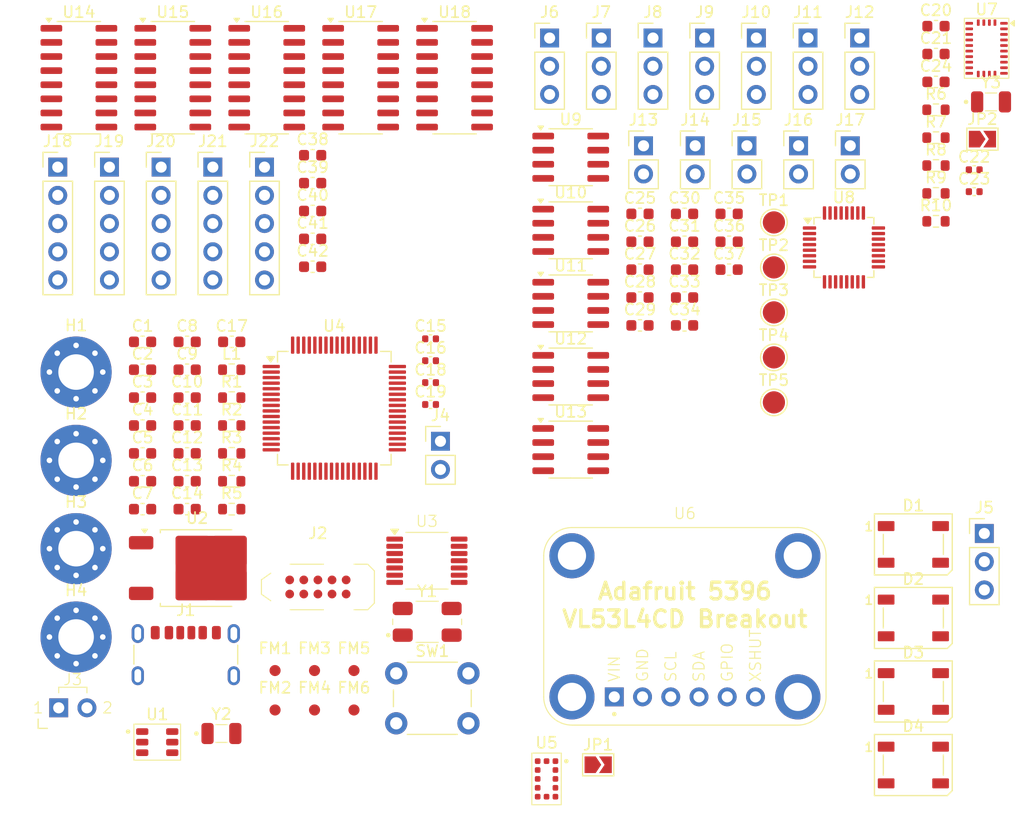
<source format=kicad_pcb>
(kicad_pcb (version 20240108) (generator "pcbnew") (generator_version "8.0")
  (title_block (title "Robotic Hand PCB") (rev "v0.1.0") (company "Daniel Jeon"))
  (layers (0 "F.Cu" signal) (1 "In1.Cu" power) (2 "In2.Cu" power) (31 "B.Cu" signal) (34 "B.Paste" user) (35 "F.Paste" user) (36 "B.SilkS" user "B.Silkscreen") (37 "F.SilkS" user "F.Silkscreen") (38 "B.Mask" user) (39 "F.Mask" user) (44 "Edge.Cuts" user))
  (net 0 "")
  (net 1 "Net-(U1-SW)")
  (net 2 "Net-(U1-CB)")
  (net 3 "GND")
  (net 4 "/V_{IN}")
  (net 5 "+5V")
  (net 6 "+3V3")
  (net 7 "/NRST")
  (net 8 "/HSE_IN")
  (net 9 "/HSE_OUT")
  (net 10 "Net-(U4-VCAP_1)")
  (net 11 "/LSE_IN")
  (net 12 "/LSE_OUT")
  (net 13 "Net-(U7-XOUT32{slash}CLKSEL1)")
  (net 14 "Net-(U7-XIN32)")
  (net 15 "Net-(U7-CAP)")
  (net 16 "Net-(U8-REFOUT)")
  (net 17 "Net-(U9-FILTER)")
  (net 18 "Net-(U10-FILTER)")
  (net 19 "Net-(U11-FILTER)")
  (net 20 "Net-(U12-FILTER)")
  (net 21 "Net-(U13-FILTER)")
  (net 22 "/TIM1_CH1_PWM_{5V}")
  (net 23 "Net-(D1-DOUT)")
  (net 24 "Net-(D2-DOUT)")
  (net 25 "Net-(D3-DOUT)")
  (net 26 "Net-(D4-DOUT)")
  (net 27 "Net-(J1-CC1)")
  (net 28 "Net-(J1-CC2)")
  (net 29 "/SWCLK")
  (net 32 "/SWDIO")
  (net 33 "/SWO")
  (net 35 "/BOOT0")
  (net 36 "/USART1_TX")
  (net 37 "/USART1_RX")
  (net 38 "/robotic_hand_pcb_analog/ADC6")
  (net 39 "/robotic_hand_pcb_analog/ADC7")
  (net 40 "/robotic_hand_pcb_analog/ADC8")
  (net 41 "/robotic_hand_pcb_analog/ADC9")
  (net 42 "/robotic_hand_pcb_analog/ADC10")
  (net 43 "/robotic_hand_pcb_analog/ADC11")
  (net 44 "/robotic_hand_pcb_analog/ADC12")
  (net 45 "Net-(J18-Pin_4)")
  (net 46 "Net-(J18-Pin_5)")
  (net 47 "Net-(J18-Pin_2)")
  (net 48 "Net-(J18-Pin_3)")
  (net 49 "Net-(J19-Pin_5)")
  (net 50 "Net-(J19-Pin_4)")
  (net 51 "Net-(J19-Pin_3)")
  (net 52 "Net-(J19-Pin_2)")
  (net 53 "Net-(J20-Pin_4)")
  (net 54 "Net-(J20-Pin_5)")
  (net 55 "Net-(J20-Pin_2)")
  (net 56 "Net-(J20-Pin_3)")
  (net 57 "Net-(J21-Pin_5)")
  (net 58 "Net-(J21-Pin_4)")
  (net 59 "Net-(J21-Pin_3)")
  (net 60 "Net-(J21-Pin_2)")
  (net 61 "Net-(J22-Pin_3)")
  (net 62 "Net-(J22-Pin_4)")
  (net 63 "Net-(J22-Pin_5)")
  (net 64 "Net-(J22-Pin_2)")
  (net 65 "/EXTI4_TOF_INT")
  (net 66 "Net-(JP1-B)")
  (net 67 "Net-(JP2-A)")
  (net 68 "Net-(U1-FB)")
  (net 69 "Net-(U7-BOOTN)")
  (net 70 "/GPIO_IMU_RST")
  (net 71 "Net-(U7-ENV_SCL)")
  (net 72 "Net-(U7-ENV_SDA)")
  (net 73 "/robotic_hand_pcb_analog/ADC1")
  (net 74 "/robotic_hand_pcb_analog/ADC2")
  (net 75 "/robotic_hand_pcb_analog/ADC3")
  (net 76 "/robotic_hand_pcb_analog/ADC4")
  (net 77 "/robotic_hand_pcb_analog/ADC5")
  (net 84 "/TIM1_CH1_PWM")
  (net 87 "/M1_3")
  (net 88 "/M5_1")
  (net 89 "/M4_2")
  (net 90 "/I2C1_SCL")
  (net 91 "/SPI1_MISO")
  (net 92 "/M4_4")
  (net 93 "/EXTI2_ADC_DRDY")
  (net 94 "/M2_3")
  (net 95 "/SPI3_MOSI")
  (net 96 "/M3_3")
  (net 98 "/SPI3_SCK")
  (net 99 "/GPIO_TOF_XSHUT")
  (net 100 "/M4_1")
  (net 101 "/M5_2")
  (net 102 "/M3_4")
  (net 103 "/M3_2")
  (net 104 "/M2_1")
  (net 105 "/I2C1_SDA")
  (net 106 "/M4_3")
  (net 107 "/M1_1")
  (net 108 "/GPIO_IMU_P0")
  (net 109 "/SPI1_SCK")
  (net 110 "/M2_4")
  (net 111 "/GPIO_SPI3_CS")
  (net 112 "/M2_2")
  (net 113 "/GPIO_ADC_SYNC")
  (net 114 "/M5_4")
  (net 115 "/M5_3")
  (net 116 "/GPIO_SPI1_CS")
  (net 117 "/M3_1")
  (net 118 "/SPI1_MOSI")
  (net 119 "/GPIO_ADC_RST")
  (net 120 "/M1_2")
  (net 121 "/EXTI3_IMU_INT")
  (net 122 "/M1_4")
  (net 124 "/SPI3_MISO")
  (footprint "Capacitor_SMD:C_0603_1608Metric" (layer "F.Cu") (at 70.705 37.495)
    (property "Reference" "C26" (at 0 -1.43 0) (layer "F.SilkS"))
    (property "Value" "100n")
    (pad "1" smd roundrect (at -0.775 0) (size 0.9 0.95) (layers "F.Cu" "F.Paste" "F.Mask") (net 3 "GND"))
    (pad "2" smd roundrect (at 0.775 0) (size 0.9 0.95) (layers "F.Cu" "F.Paste" "F.Mask") (net 6 "+3V3"))
  )
  (footprint "Capacitor_SMD:C_0603_1608Metric" (layer "F.Cu") (at 70.705 40.005)
    (property "Reference" "C27" (at 0 -1.43 0) (layer "F.SilkS"))
    (property "Value" "1u")
    (pad "1" smd roundrect (at -0.775 0) (size 0.9 0.95) (layers "F.Cu" "F.Paste" "F.Mask") (net 16 "Net-(U8-REFOUT)"))
    (pad "2" smd roundrect (at 0.775 0) (size 0.9 0.95) (layers "F.Cu" "F.Paste" "F.Mask") (net 3 "GND"))
  )
  (footprint "Capacitor_SMD:C_0603_1608Metric" (layer "F.Cu") (at 25.955 49.015)
    (property "Reference" "C2" (at 0 -1.43 0) (layer "F.SilkS"))
    (property "Value" "2u2")
    (pad "1" smd roundrect (at -0.775 0) (size 0.9 0.95) (layers "F.Cu" "F.Paste" "F.Mask") (net 4 "/V_{IN}"))
    (pad "2" smd roundrect (at 0.775 0) (size 0.9 0.95) (layers "F.Cu" "F.Paste" "F.Mask") (net 3 "GND"))
  )
  (footprint "Package_SO:SOIC-8_3.9x4.9mm_P1.27mm" (layer "F.Cu") (at 64.475 56.205)
    (property "Reference" "U13" (at 0 -3.4 0) (layer "F.SilkS"))
    (property "Value" "ACS712xLCTR-05B")
    (pad "1" smd roundrect (at -2.475 -1.905) (size 1.95 0.6) (layers "F.Cu" "F.Paste" "F.Mask") (net 5 "+5V"))
    (pad "2" smd roundrect (at -2.475 -0.635) (size 1.95 0.6) (layers "F.Cu" "F.Paste" "F.Mask") (net 5 "+5V"))
    (pad "3" smd roundrect (at -2.475 0.635) (size 1.95 0.6) (layers "F.Cu" "F.Paste" "F.Mask") (net 5 "+5V"))
    (pad "4" smd roundrect (at -2.475 1.905) (size 1.95 0.6) (layers "F.Cu" "F.Paste" "F.Mask") (net 5 "+5V"))
    (pad "5" smd roundrect (at 2.475 1.905) (size 1.95 0.6) (layers "F.Cu" "F.Paste" "F.Mask") (net 3 "GND"))
    (pad "6" smd roundrect (at 2.475 0.635) (size 1.95 0.6) (layers "F.Cu" "F.Paste" "F.Mask") (net 21 "Net-(U13-FILTER)"))
    (pad "7" smd roundrect (at 2.475 -0.635) (size 1.95 0.6) (layers "F.Cu" "F.Paste" "F.Mask") (net 77 "/robotic_hand_pcb_analog/ADC5"))
    (pad "8" smd roundrect (at 2.475 -1.905) (size 1.95 0.6) (layers "F.Cu" "F.Paste" "F.Mask") (net 5 "+5V"))
  )
  (footprint "Capacitor_SMD:C_0603_1608Metric" (layer "F.Cu") (at 74.715 34.985)
    (property "Reference" "C30" (at 0 -1.43 0) (layer "F.SilkS"))
    (property "Value" "100n")
    (pad "1" smd roundrect (at -0.775 0) (size 0.9 0.95) (layers "F.Cu" "F.Paste" "F.Mask") (net 3 "GND"))
    (pad "2" smd roundrect (at 0.775 0) (size 0.9 0.95) (layers "F.Cu" "F.Paste" "F.Mask") (net 5 "+5V"))
  )
  (footprint "Connector_PinHeader_2.54mm:PinHeader_1x03_P2.54mm_Vertical" (layer "F.Cu") (at 67.225 19.155)
    (property "Reference" "J7" (at 0 -2.33 0) (layer "F.SilkS"))
    (property "Value" "A2")
    (pad "1" thru_hole rect (at 0 0) (size 1.7 1.7) (drill 1) (layers "*.Cu" "*.Mask") (net 39 "/robotic_hand_pcb_analog/ADC7"))
    (pad "2" thru_hole oval (at 0 2.54) (size 1.7 1.7) (drill 1) (layers "*.Cu" "*.Mask") (net 5 "+5V"))
    (pad "3" thru_hole oval (at 0 5.08) (size 1.7 1.7) (drill 1) (layers "*.Cu" "*.Mask") (net 3 "GND"))
  )
  (footprint "Capacitor_SMD:C_0603_1608Metric" (layer "F.Cu") (at 97.335 23.105)
    (property "Reference" "C24" (at 0 -1.43 0) (layer "F.SilkS"))
    (property "Value" "100n")
    (pad "1" smd roundrect (at -0.775 0) (size 0.9 0.95) (layers "F.Cu" "F.Paste" "F.Mask") (net 15 "Net-(U7-CAP)"))
    (pad "2" smd roundrect (at 0.775 0) (size 0.9 0.95) (layers "F.Cu" "F.Paste" "F.Mask") (net 3 "GND"))
  )
  (footprint "Connector_PinHeader_2.54mm:PinHeader_1x02_P2.54mm_Vertical" (layer "F.Cu") (at 52.755 55.455)
    (property "Reference" "J4" (at 0 -2.33 0) (layer "F.SilkS"))
    (property "Value" "UART")
    (pad "1" thru_hole rect (at 0 0) (size 1.7 1.7) (drill 1) (layers "*.Cu" "*.Mask") (net 36 "/USART1_TX"))
    (pad "2" thru_hole oval (at 0 2.54) (size 1.7 1.7) (drill 1) (layers "*.Cu" "*.Mask") (net 37 "/USART1_RX"))
  )
  (footprint "Capacitor_SMD:C_0603_1608Metric" (layer "F.Cu") (at 41.255 32.215)
    (property "Reference" "C39" (at 0 -1.43 0) (layer "F.SilkS"))
    (property "Value" "100n")
    (pad "1" smd roundrect (at -0.775 0) (size 0.9 0.95) (layers "F.Cu" "F.Paste" "F.Mask") (net 5 "+5V"))
    (pad "2" smd roundrect (at 0.775 0) (size 0.9 0.95) (layers "F.Cu" "F.Paste" "F.Mask") (net 3 "GND"))
  )
  (footprint "Connector_PinHeader_2.54mm:PinHeader_1x03_P2.54mm_Vertical" (layer "F.Cu") (at 62.575 19.155)
    (property "Reference" "J6" (at 0 -2.33 0) (layer "F.SilkS"))
    (property "Value" "A1")
    (pad "1" thru_hole rect (at 0 0) (size 1.7 1.7) (drill 1) (layers "*.Cu" "*.Mask") (net 38 "/robotic_hand_pcb_analog/ADC6"))
    (pad "2" thru_hole oval (at 0 2.54) (size 1.7 1.7) (drill 1) (layers "*.Cu" "*.Mask") (net 5 "+5V"))
    (pad "3" thru_hole oval (at 0 5.08) (size 1.7 1.7) (drill 1) (layers "*.Cu" "*.Mask") (net 3 "GND"))
  )
  (footprint "Package_SO:SOIC-8_3.9x4.9mm_P1.27mm" (layer "F.Cu") (at 64.475 43.045)
    (property "Reference" "U11" (at 0 -3.4 0) (layer "F.SilkS"))
    (property "Value" "ACS712xLCTR-05B")
    (pad "1" smd roundrect (at -2.475 -1.905) (size 1.95 0.6) (layers "F.Cu" "F.Paste" "F.Mask") (net 5 "+5V"))
    (pad "2" smd roundrect (at -2.475 -0.635) (size 1.95 0.6) (layers "F.Cu" "F.Paste" "F.Mask") (net 5 "+5V"))
    (pad "3" smd roundrect (at -2.475 0.635) (size 1.95 0.6) (layers "F.Cu" "F.Paste" "F.Mask") (net 5 "+5V"))
    (pad "4" smd roundrect (at -2.475 1.905) (size 1.95 0.6) (layers "F.Cu" "F.Paste" "F.Mask") (net 5 "+5V"))
    (pad "5" smd roundrect (at 2.475 1.905) (size 1.95 0.6) (layers "F.Cu" "F.Paste" "F.Mask") (net 3 "GND"))
    (pad "6" smd roundrect (at 2.475 0.635) (size 1.95 0.6) (layers "F.Cu" "F.Paste" "F.Mask") (net 19 "Net-(U11-FILTER)"))
    (pad "7" smd roundrect (at 2.475 -0.635) (size 1.95 0.6) (layers "F.Cu" "F.Paste" "F.Mask") (net 75 "/robotic_hand_pcb_analog/ADC3"))
    (pad "8" smd roundrect (at 2.475 -1.905) (size 1.95 0.6) (layers "F.Cu" "F.Paste" "F.Mask") (net 5 "+5V"))
  )
  (footprint "Resistor_SMD:R_0603_1608Metric" (layer "F.Cu") (at 33.975 54.035)
    (property "Reference" "R2" (at 0 -1.43 0) (layer "F.SilkS"))
    (property "Value" "13k7")
    (pad "1" smd roundrect (at -0.825 0) (size 0.8 0.95) (layers "F.Cu" "F.Paste" "F.Mask") (net 68 "Net-(U1-FB)"))
    (pad "2" smd roundrect (at 0.825 0) (size 0.8 0.95) (layers "F.Cu" "F.Paste" "F.Mask") (net 3 "GND"))
  )
  (footprint "Capacitor_SMD:C_0402_1005Metric" (layer "F.Cu") (at 51.865 46.235)
    (property "Reference" "C15" (at 0 -1.16 0) (layer "F.SilkS"))
    (property "Value" "30p")
    (pad "1" smd roundrect (at -0.48 0) (size 0.56 0.62) (layers "F.Cu" "F.Paste" "F.Mask") (net 8 "/HSE_IN"))
    (pad "2" smd roundrect (at 0.48 0) (size 0.56 0.62) (layers "F.Cu" "F.Paste" "F.Mask") (net 3 "GND"))
  )
  (footprint "Resistor_SMD:R_0603_1608Metric" (layer "F.Cu") (at 33.975 49.015)
    (property "Reference" "L1" (at 0 -1.43 0) (layer "F.SilkS"))
    (property "Value" "6u8")
    (pad "1" smd roundrect (at -0.825 0) (size 0.8 0.95) (layers "F.Cu" "F.Paste" "F.Mask") (net 1 "Net-(U1-SW)"))
    (pad "2" smd roundrect (at 0.825 0) (size 0.8 0.95) (layers "F.Cu" "F.Paste" "F.Mask") (net 5 "+5V"))
  )
  (footprint "Capacitor_SMD:C_0603_1608Metric" (layer "F.Cu") (at 25.955 54.035)
    (property "Reference" "C4" (at 0 -1.43 0) (layer "F.SilkS"))
    (property "Value" "44u")
    (pad "1" smd roundrect (at -0.775 0) (size 0.9 0.95) (layers "F.Cu" "F.Paste" "F.Mask") (net 3 "GND"))
    (pad "2" smd roundrect (at 0.775 0) (size 0.9 0.95) (layers "F.Cu" "F.Paste" "F.Mask") (net 5 "+5V"))
  )
  (footprint "Connector_PinHeader_2.54mm:PinHeader_1x05_P2.54mm_Vertical" (layer "F.Cu") (at 32.275 30.775)
    (property "Reference" "J21" (at 0 -2.33 0) (layer "F.SilkS"))
    (property "Value" "JST 1x5 Male")
    (pad "1" thru_hole rect (at 0 0) (size 1.7 1.7) (drill 1) (layers "*.Cu" "*.Mask") (net 5 "+5V"))
    (pad "2" thru_hole oval (at 0 2.54) (size 1.7 1.7) (drill 1) (layers "*.Cu" "*.Mask") (net 60 "Net-(J21-Pin_2)"))
    (pad "3" thru_hole oval (at 0 5.08) (size 1.7 1.7) (drill 1) (layers "*.Cu" "*.Mask") (net 59 "Net-(J21-Pin_3)"))
    (pad "4" thru_hole oval (at 0 7.62) (size 1.7 1.7) (drill 1) (layers "*.Cu" "*.Mask") (net 58 "Net-(J21-Pin_4)"))
    (pad "5" thru_hole oval (at 0 10.16) (size 1.7 1.7) (drill 1) (layers "*.Cu" "*.Mask") (net 57 "Net-(J21-Pin_5)"))
  )
  (footprint "Capacitor_SMD:C_0603_1608Metric" (layer "F.Cu") (at 29.965 51.525)
    (property "Reference" "C10" (at 0 -1.43 0) (layer "F.SilkS"))
    (property "Value" "100n")
    (pad "1" smd roundrect (at -0.775 0) (size 0.9 0.95) (layers "F.Cu" "F.Paste" "F.Mask") (net 6 "+3V3"))
    (pad "2" smd roundrect (at 0.775 0) (size 0.9 0.95) (layers "F.Cu" "F.Paste" "F.Mask") (net 3 "GND"))
  )
  (footprint "Capacitor_SMD:C_0603_1608Metric" (layer "F.Cu") (at 74.715 45.025)
    (property "Reference" "C34" (at 0 -1.43 0) (layer "F.SilkS"))
    (property "Value" "1n")
    (pad "1" smd roundrect (at -0.775 0) (size 0.9 0.95) (layers "F.Cu" "F.Paste" "F.Mask") (net 18 "Net-(U10-FILTER)"))
    (pad "2" smd roundrect (at 0.775 0) (size 0.9 0.95) (layers "F.Cu" "F.Paste" "F.Mask") (net 3 "GND"))
  )
  (footprint "Capacitor_SMD:C_0603_1608Metric" (layer "F.Cu") (at 29.965 46.505)
    (property "Reference" "C8" (at 0 -1.43 0) (layer "F.SilkS"))
    (property "Value" "100n")
    (pad "1" smd roundrect (at -0.775 0) (size 0.9 0.95) (layers "F.Cu" "F.Paste" "F.Mask") (net 6 "+3V3"))
    (pad "2" smd roundrect (at 0.775 0) (size 0.9 0.95) (layers "F.Cu" "F.Paste" "F.Mask") (net 3 "GND"))
  )
  (footprint "Capacitor_SMD:C_0603_1608Metric" (layer "F.Cu") (at 74.715 40.005)
    (property "Reference" "C32" (at 0 -1.43 0) (layer "F.SilkS"))
    (property "Value" "100n")
    (pad "1" smd roundrect (at -0.775 0) (size 0.9 0.95) (layers "F.Cu" "F.Paste" "F.Mask") (net 3 "GND"))
    (pad "2" smd roundrect (at 0.775 0) (size 0.9 0.95) (layers "F.Cu" "F.Paste" "F.Mask") (net 5 "+5V"))
  )
  (footprint "Capacitor_SMD:C_0603_1608Metric" (layer "F.Cu") (at 74.715 37.495)
    (property "Reference" "C31" (at 0 -1.43 0) (layer "F.SilkS"))
    (property "Value" "100n")
    (pad "1" smd roundrect (at -0.775 0) (size 0.9 0.95) (layers "F.Cu" "F.Paste" "F.Mask") (net 3 "GND"))
    (pad "2" smd roundrect (at 0.775 0) (size 0.9 0.95) (layers "F.Cu" "F.Paste" "F.Mask") (net 5 "+5V"))
  )
  (footprint "common:ecs_ecx-34r" (layer "F.Cu") (at 102.29 24.905)
    (property "Reference" "Y3" (at 0 -1.75 0) (layer "F.SilkS"))
    (property "Value" "32k768")
    (pad "1" smd roundrect (at -1.25 0) (size 1.1 1.9) (layers "F.Cu" "F.Paste" "F.Mask") (net 13 "Net-(U7-XOUT32{slash}CLKSEL1)"))
    (pad "2" smd roundrect (at 1.25 0) (size 1.1 1.9) (layers "F.Cu" "F.Paste" "F.Mask") (net 14 "Net-(U7-XIN32)"))
  )
  (footprint "Fiducial:Fiducial_1mm_Mask2mm" (layer "F.Cu") (at 37.875 76.095)
    (property "Reference" "FM1" (at 0 -2 0) (layer "F.SilkS"))
    (property "Value" "1mm")
    (pad "" smd circle (at 0 0) (size 1 1) (layers "F.Cu" "F.Mask") (clearance 0.5))
  )
  (footprint "Capacitor_SMD:C_0402_1005Metric" (layer "F.Cu") (at 100.775 31.015)
    (property "Reference" "C22" (at 0 -1.16 0) (layer "F.SilkS"))
    (property "Value" "18p")
    (pad "1" smd roundrect (at -0.48 0) (size 0.56 0.62) (layers "F.Cu" "F.Paste" "F.Mask") (net 13 "Net-(U7-XOUT32{slash}CLKSEL1)"))
    (pad "2" smd roundrect (at 0.48 0) (size 0.56 0.62) (layers "F.Cu" "F.Paste" "F.Mask") (net 3 "GND"))
  )
  (footprint "common:harwin_2p_2-54_jumper_open" (layer "F.Cu") (at 19.68 79.45)
    (property "Reference" "J3" (at 0 -2.54 0) (layer "F.SilkS") (effects (font (thickness 0.1))))
    (property "Value" "~")
    (fp_text user "1" (at -3.12 0 0) (layer "F.SilkS") (effects (font (thickness 0.1))))
    (fp_text user "2" (at 3.12 0 0) (layer "F.SilkS") (effects (font (thickness 0.1))))
    (pad "1" thru_hole rect (at -1.27 0 90) (size 1.7 1.7) (drill 1) (layers "*.Cu" "*.Mask") (net 35 "/BOOT0"))
    (pad "2" thru_hole oval (at 1.27 0 90) (size 1.7 1.7) (drill 1) (layers "*.Cu" "*.Mask") (net 6 "+3V3"))
  )
  (footprint "TestPoint:TestPoint_Pad_D2.0mm" (layer "F.Cu") (at 82.755 35.755)
    (property "Reference" "TP1" (at 0 -1.998 0) (layer "F.SilkS"))
    (property "Value" "TestPoint")
    (pad "1" smd circle (at 0 0) (size 2 2) (layers "F.Cu" "F.Mask") (net 73 "/robotic_hand_pcb_analog/ADC1"))
  )
  (footprint "Resistor_SMD:R_0603_1608Metric" (layer "F.Cu") (at 97.335 25.615)
    (property "Reference" "R6" (at 0 -1.43 0) (layer "F.SilkS"))
    (property "Value" "10k")
    (pad "1" smd roundrect (at -0.825 0) (size 0.8 0.95) (layers "F.Cu" "F.Paste" "F.Mask") (net 6 "+3V3"))
    (pad "2" smd roundrect (at 0.825 0) (size 0.8 0.95) (layers "F.Cu" "F.Paste" "F.Mask") (net 69 "Net-(U7-BOOTN)"))
  )
  (footprint "Connector_PinHeader_2.54mm:PinHeader_1x05_P2.54mm_Vertical" (layer "F.Cu") (at 36.925 30.775)
    (property "Reference" "J22" (at 0 -2.33 0) (layer "F.SilkS"))
    (property "Value" "JST 1x5 Male")
    (pad "1" thru_hole rect (at 0 0) (size 1.7 1.7) (drill 1) (layers "*.Cu" "*.Mask") (net 5 "+5V"))
    (pad "2" thru_hole oval (at 0 2.54) (size 1.7 1.7) (drill 1) (layers "*.Cu" "*.Mask") (net 64 "Net-(J22-Pin_2)"))
    (pad "3" thru_hole oval (at 0 5.08) (size 1.7 1.7) (drill 1) (layers "*.Cu" "*.Mask") (net 61 "Net-(J22-Pin_3)"))
    (pad "4" thru_hole oval (at 0 7.62) (size 1.7 1.7) (drill 1) (layers "*.Cu" "*.Mask") (net 62 "Net-(J22-Pin_4)"))
    (pad "5" thru_hole oval (at 0 10.16) (size 1.7 1.7) (drill 1) (layers "*.Cu" "*.Mask") (net 63 "Net-(J22-Pin_5)"))
  )
  (footprint "Capacitor_SMD:C_0603_1608Metric" (layer "F.Cu") (at 25.955 59.055)
    (property "Reference" "C6" (at 0 -1.43 0) (layer "F.SilkS"))
    (property "Value" "2u2")
    (pad "1" smd roundrect (at -0.775 0) (size 0.9 0.95) (layers "F.Cu" "F.Paste" "F.Mask") (net 6 "+3V3"))
    (pad "2" smd roundrect (at 0.775 0) (size 0.9 0.95) (layers "F.Cu" "F.Paste" "F.Mask") (net 3 "GND"))
  )
  (footprint "Connector_PinHeader_2.54mm:PinHeader_1x05_P2.54mm_Vertical" (layer "F.Cu") (at 22.975 30.775)
    (property "Reference" "J19" (at 0 -2.33 0) (layer "F.SilkS"))
    (property "Value" "JST 1x5 Male")
    (pad "1" thru_hole rect (at 0 0) (size 1.7 1.7) (drill 1) (layers "*.Cu" "*.Mask") (net 5 "+5V"))
    (pad "2" thru_hole oval (at 0 2.54) (size 1.7 1.7) (drill 1) (layers "*.Cu" "*.Mask") (net 52 "Net-(J19-Pin_2)"))
    (pad "3" thru_hole oval (at 0 5.08) (size 1.7 1.7) (drill 1) (layers "*.Cu" "*.Mask") (net 51 "Net-(J19-Pin_3)"))
    (pad "4" thru_hole oval (at 0 7.62) (size 1.7 1.7) (drill 1) (layers "*.Cu" "*.Mask") (net 50 "Net-(J19-Pin_4)"))
    (pad "5" thru_hole oval (at 0 10.16) (size 1.7 1.7) (drill 1) (layers "*.Cu" "*.Mask") (net 49 "Net-(J19-Pin_5)"))
  )
  (footprint "Capacitor_SMD:C_0603_1608Metric" (layer "F.Cu") (at 78.725 37.495)
    (property "Reference" "C36" (at 0 -1.43 0) (layer "F.SilkS"))
    (property "Value" "1n")
    (pad "1" smd roundrect (at -0.775 0) (size 0.9 0.95) (layers "F.Cu" "F.Paste" "F.Mask") (net 20 "Net-(U12-FILTER)"))
    (pad "2" smd roundrect (at 0.775 0) (size 0.9 0.95) (layers "F.Cu" "F.Paste" "F.Mask") (net 3 "GND"))
  )
  (footprint "Package_SO:SOIC-16_3.9x9.9mm_P1.27mm" (layer "F.Cu") (at 20.225 22.725)
    (property "Reference" "U14" (at 0 -5.9 0) (layer "F.SilkS"))
    (property "Value" "ULN2003ADR")
    (pad "1" smd roundrect (at -2.475 -4.445) (size 1.95 0.6) (layers "F.Cu" "F.Paste" "F.Mask") (net 107 "/M1_1"))
    (pad "2" smd roundrect (at -2.475 -3.175) (size 1.95 0.6) (layers "F.Cu" "F.Paste" "F.Mask") (net 120 "/M1_2"))
    (pad "3" smd roundrect (at -2.475 -1.905) (size 1.95 0.6) (layers "F.Cu" "F.Paste" "F.Mask") (net 87 "/M1_3"))
    (pad "4" smd roundrect (at -2.475 -0.635) (size 1.95 0.6) (layers "F.Cu" "F.Paste" "F.Mask") (net 122 "/M1_4"))
    (pad "5" smd roundrect (at -2.475 0.635) (size 1.95 0.6) (layers "F.Cu" "F.Paste" "F.Mask"))
    (pad "6" smd roundrect (at -2.475 1.905) (size 1.95 0.6) (layers "F.Cu" "F.Paste" "F.Mask"))
    (pad "7" smd roundrect (at -2.475 3.175) (size 1.95 0.6) (layers "F.Cu" "F.Paste" "F.Mask"))
    (pad "8" smd roundrect (at -2.475 4.445) (size 1.95 0.6) (layers "F.Cu" "F.Paste" "F.Mask") (net 3 "GND"))
    (pad "9" smd roundrect (at 2.475 4.445) (size 1.95 0.6) (layers "F.Cu" "F.Paste" "F.Mask") (net 5 "+5V"))
    (pad "10" smd roundrect (at 2.475 3.175) (size 1.95 0.6) (layers "F.Cu" "F.Paste" "F.Mask"))
    (pad "11" smd roundrect (at 2.475 1.905) (size 1.95 0.6) (layers "F.Cu" "F.Paste" "F.Mask"))
    (pad "12" smd roundrect (at 2.475 0.635) (size 1.95 0.6) (layers "F.Cu" "F.Paste" "F.Mask"))
    (pad "13" smd roundrect (at 2.475 -0.635) (size 1.95 0.6) (layers "F.Cu" "F.Paste" "F.Mask") (net 46 "Net-(J18-Pin_5)"))
    (pad "14" smd roundrect (at 2.475 -1.905) (size 1.95 0.6) (layers "F.Cu" "F.Paste" "F.Mask") (net 45 "Net-(J18-Pin_4)"))
    (pad "15" smd roundrect (at 2.475 -3.175) (size 1.95 0.6) (layers "F.Cu" "F.Paste" "F.Mask") (net 48 "Net-(J18-Pin_3)"))
    (pad "16" smd roundrect (at 2.475 -4.445) (size 1.95 0.6) (layers "F.Cu" "F.Paste" "F.Mask") (net 47 "Net-(J18-Pin_2)"))
  )
  (footprint "Capacitor_SMD:C_0402_1005Metric" (layer "F.Cu") (at 51.865 52.145)
    (property "Reference" "C19" (at 0 -1.16 0) (layer "F.SilkS"))
    (property "Value" "18p")
    (pad "1" smd roundrect (at -0.48 0) (size 0.56 0.62) (layers "F.Cu" "F.Paste" "F.Mask") (net 12 "/LSE_OUT"))
    (pad "2" smd roundrect (at 0.48 0) (size 0.56 0.62) (layers "F.Cu" "F.Paste" "F.Mask") (net 3 "GND"))
  )
  (footprint "Package_SO:SOIC-8_3.9x4.9mm_P1.27mm" (layer "F.Cu") (at 64.475 29.885)
    (property "Reference" "U9" (at 0 -3.4 0) (layer "F.SilkS"))
    (property "Value" "ACS712xLCTR-05B")
    (pad "1" smd roundrect (at -2.475 -1.905) (size 1.95 0.6) (layers "F.Cu" "F.Paste" "F.Mask") (net 5 "+5V"))
    (pad "2" smd roundrect (at -2.475 -0.635) (size 1.95 0.6) (layers "F.Cu" "F.Paste" "F.Mask") (net 5 "+5V"))
    (pad "3" smd roundrect (at -2.475 0.635) (size 1.95 0.6) (layers "F.Cu" "F.Paste" "F.Mask") (net 5 "+5V"))
    (pad "4" smd roundrect (at -2.475 1.905) (size 1.95 0.6) (layers "F.Cu" "F.Paste" "F.Mask") (net 5 "+5V"))
    (pad "5" smd roundrect (at 2.475 1.905) (size 1.95 0.6) (layers "F.Cu" "F.Paste" "F.Mask") (net 3 "GND"))
    (pad "6" smd roundrect (at 2.475 0.635) (size 1.95 0.6) (layers "F.Cu" "F.Paste" "F.Mask") (net 17 "Net-(U9-FILTER)"))
    (pad "7" smd roundrect (at 2.475 -0.635) (size 1.95 0.6) (layers "F.Cu" "F.Paste" "F.Mask") (net 73 "/robotic_hand_pcb_analog/ADC1"))
    (pad "8" smd roundrect (at 2.475 -1.905) (size 1.95 0.6) (layers "F.Cu" "F.Paste" "F.Mask") (net 5 "+5V"))
  )
  (footprint "Capacitor_SMD:C_0603_1608Metric" (layer "F.Cu") (at 25.955 56.545)
    (property "Reference" "C5" (at 0 -1.43 0) (layer "F.SilkS"))
    (property "Value" "1u")
    (pad "1" smd roundrect (at -0.775 0) (size 0.9 0.95) (layers "F.Cu" "F.Paste" "F.Mask") (net 5 "+5V"))
    (pad "2" smd roundrect (at 0.775 0) (size 0.9 0.95) (layers "F.Cu" "F.Paste" "F.Mask") (net 3 "GND"))
  )
  (footprint "Package_SO:SOIC-16_3.9x9.9mm_P1.27mm" (layer "F.Cu") (at 54.025 22.725)
    (property "Reference" "U18" (at 0 -5.9 0) (layer "F.SilkS"))
    (property "Value" "ULN2003ADR")
    (pad "1" smd roundrect (at -2.475 -4.445) (size 1.95 0.6) (layers "F.Cu" "F.Paste" "F.Mask") (net 88 "/M5_1"))
    (pad "2" smd roundrect (at -2.475 -3.175) (size 1.95 0.6) (layers "F.Cu" "F.Paste" "F.Mask") (net 101 "/M5_2"))
    (pad "3" smd roundrect (at -2.475 -1.905) (size 1.95 0.6) (layers "F.Cu" "F.Paste" "F.Mask") (net 115 "/M5_3"))
    (pad "4" smd roundrect (at -2.475 -0.635) (size 1.95 0.6) (layers "F.Cu" "F.Paste" "F.Mask") (net 114 "/M5_4"))
    (pad "5" smd roundrect (at -2.475 0.635) (size 1.95 0.6) (layers "F.Cu" "F.Paste" "F.Mask"))
    (pad "6" smd roundrect (at -2.475 1.905) (size 1.95 0.6) (layers "F.Cu" "F.Paste" "F.Mask"))
    (pad "7" smd roundrect (at -2.475 3.175) (size 1.95 0.6) (layers "F.Cu" "F.Paste" "F.Mask"))
    (pad "8" smd roundrect (at -2.475 4.445) (size 1.95 0.6) (layers "F.Cu" "F.Paste" "F.Mask") (net 3 "GND"))
    (pad "9" smd roundrect (at 2.475 4.445) (size 1.95 0.6) (layers "F.Cu" "F.Paste" "F.Mask") (net 5 "+5V"))
    (pad "10" smd roundrect (at 2.475 3.175) (size 1.95 0.6) (layers "F.Cu" "F.Paste" "F.Mask"))
    (pad "11" smd roundrect (at 2.475 1.905) (size 1.95 0.6) (layers "F.Cu" "F.Paste" "F.Mask"))
    (pad "12" smd roundrect (at 2.475 0.635) (size 1.95 0.6) (layers "F.Cu" "F.Paste" "F.Mask"))
    (pad "13" smd roundrect (at 2.475 -0.635) (size 1.95 0.6) (layers "F.Cu" "F.Paste" "F.Mask") (net 63 "Net-(J22-Pin_5)"))
    (pad "14" smd roundrect (at 2.475 -1.905) (size 1.95 0.6) (layers "F.Cu" "F.Paste" "F.Mask") (net 62 "Net-(J22-Pin_4)"))
    (pad "15" smd roundrect (at 2.475 -3.175) (size 1.95 0.6) (layers "F.Cu" "F.Paste" "F.Mask") (net 61 "Net-(J22-Pin_3)"))
    (pad "16" smd roundrect (at 2.475 -4.445) (size 1.95 0.6) (layers "F.Cu" "F.Paste" "F.Mask") (net 64 "Net-(J22-Pin_2)"))
  )
  (footprint "Connector_PinHeader_2.54mm:PinHeader_1x02_P2.54mm_Vertical" (layer "F.Cu") (at 84.975 28.855)
    (property "Reference" "J16" (at 0 -2.33 0) (layer "F.SilkS"))
    (property "Value" "ISENSE4")
    (pad "1" thru_hole rect (at 0 0) (size 1.7 1.7) (drill 1) (layers "*.Cu" "*.Mask") (net 5 "+5V"))
    (pad "2" thru_hole oval (at 0 2.54) (size 1.7 1.7) (drill 1) (layers "*.Cu" "*.Mask") (net 5 "+5V"))
  )
  (footprint "Capacitor_SMD:C_0603_1608Metric" (layer "F.Cu") (at 25.955 46.505)
    (property "Reference" "C1" (at 0 -1.43 0) (layer "F.SilkS"))
    (property "Value" "100n")
    (pad "1" smd roundrect (at -0.775 0) (size 0.9 0.95) (layers "F.Cu" "F.Paste" "F.Mask") (net 2 "Net-(U1-CB)"))
    (pad "2" smd roundrect (at 0.775 0) (size 0.9 0.95) (layers "F.Cu" "F.Paste" "F.Mask") (net 1 "Net-(U1-SW)"))
  )
  (footprint "TestPoint:TestPoint_Pad_D2.0mm" (layer "F.Cu") (at 82.755 39.805)
    (property "Reference" "TP2" (at 0 -1.998 0) (layer "F.SilkS"))
    (property "Value" "TestPoint")
    (pad "1" smd circle (at 0 0) (size 2 2) (layers "F.Cu" "F.Mask") (net 74 "/robotic_hand_pcb_analog/ADC2"))
  )
  (footprint "Package_SO:SOIC-16_3.9x9.9mm_P1.27mm" (layer "F.Cu") (at 28.675 22.725)
    (property "Reference" "U15" (at 0 -5.9 0) (layer "F.SilkS"))
    (property "Value" "ULN2003ADR")
    (pad "1" smd roundrect (at -2.475 -4.445) (size 1.95 0.6) (layers "F.Cu" "F.Paste" "F.Mask") (net 104 "/M2_1"))
    (pad "2" smd roundrect (at -2.475 -3.175) (size 1.95 0.6) (layers "F.Cu" "F.Paste" "F.Mask") (net 112 "/M2_2"))
    (pad "3" smd roundrect (at -2.475 -1.905) (size 1.95 0.6) (layers "F.Cu" "F.Paste" "F.Mask") (net 94 "/M2_3"))
    (pad "4" smd roundrect (at -2.475 -0.635) (size 1.95 0.6) (layers "F.Cu" "F.Paste" "F.Mask") (net 110 "/M2_4"))
    (pad "5" smd roundrect (at -2.475 0.635) (size 1.95 0.6) (layers "F.Cu" "F.Paste" "F.Mask"))
    (pad "6" smd roundrect (at -2.475 1.905) (size 1.95 0.6) (layers "F.Cu" "F.Paste" "F.Mask"))
    (pad "7" smd roundrect (at -2.475 3.175) (size 1.95 0.6) (layers "F.Cu" "F.Paste" "F.Mask"))
    (pad "8" smd roundrect (at -2.475 4.445) (size 1.95 0.6) (layers "F.Cu" "F.Paste" "F.Mask") (net 3 "GND"))
    (pad "9" smd roundrect (at 2.475 4.445) (size 1.95 0.6) (layers "F.Cu" "F.Paste" "F.Mask") (net 5 "+5V"))
    (pad "10" smd roundrect (at 2.475 3.175) (size 1.95 0.6) (layers "F.Cu" "F.Paste" "F.Mask"))
    (pad "11" smd roundrect (at 2.475 1.905) (size 1.95 0.6) (layers "F.Cu" "F.Paste" "F.Mask"))
    (pad "12" smd roundrect (at 2.475 0.635) (size 1.95 0.6) (layers "F.Cu" "F.Paste" "F.Mask"))
    (pad "13" smd roundrect (at 2.475 -0.635) (size 1.95 0.6) (layers "F.Cu" "F.Paste" "F.Mask") (net 49 "Net-(J19-Pin_5)"))
    (pad "14" smd roundrect (at 2.475 -1.905) (size 1.95 0.6) (layers "F.Cu" "F.Paste" "F.Mask") (net 50 "Net-(J19-Pin_4)"))
    (pad "15" smd roundrect (at 2.475 -3.175) (size 1.95 0.6) (layers "F.Cu" "F.Paste" "F.Mask") (net 51 "Net-(J19-Pin_3)"))
    (pad "16" smd roundrect (at 2.475 -4.445) (size 1.95 0.6) (layers "F.Cu" "F.Paste" "F.Mask") (net 52 "Net-(J19-Pin_2)"))
  )
  (footprint "Capacitor_SMD:C_0603_1608Metric" (layer "F.Cu") (at 41.255 39.745)
    (property "Reference" "C42" (at 0 -1.43 0) (layer "F.SilkS"))
    (property "Value" "100n")
    (pad "1" smd roundrect (at -0.775 0) (size 0.9 0.95) (layers "F.Cu" "F.Paste" "F.Mask") (net 5 "+5V"))
    (pad "2" smd roundrect (at 0.775 0) (size 0.9 0.95) (layers "F.Cu" "F.Paste" "F.Mask") (net 3 "GND"))
  )
  (footprint "common:ecs_ecx-34r" (layer "F.Cu") (at 33.05 81.765)
    (property "Reference" "Y2" (at 0 -1.75 0) (layer "F.SilkS"))
    (property "Value" "32k768")
    (pad "1" smd roundrect (at -1.25 0) (size 1.1 1.9) (layers "F.Cu" "F.Paste" "F.Mask") (net 11 "/LSE_IN"))
    (pad "2" smd roundrect (at 1.25 0) (size 1.1 1.9) (layers "F.Cu" "F.Paste" "F.Mask") (net 12 "/LSE_OUT"))
  )
  (footprint "LED_SMD:LED_WS2812B_PLCC4_5.0x5.0mm_P3.2mm" (layer "F.Cu") (at 95.3 77.98)
    (property "Reference" "D3" (at 0 -3.5 0) (layer "F.SilkS"))
    (property "Value" "WS2812B")
    (fp_text user "1" (at -4 -1.6 0) (layer "F.SilkS") (effects (font (size 0.8 0.8))))
    (pad "1" smd roundrect (at -2.45 -1.65) (size 1.5 0.9) (layers "F.Cu" "F.Paste" "F.Mask") (roundrect_rratio 0.1) (net 5 "+5V"))
    (pad "2" smd roundrect (at -2.45 1.65) (size 1.5 0.9) (layers "F.Cu" "F.Paste" "F.Mask") (roundrect_rratio 0.1) (net 25 "Net-(D3-DOUT)"))
    (pad "3" smd roundrect (at 2.45 1.65) (size 1.5 0.9) (layers "F.Cu" "F.Paste" "F.Mask") (roundrect_rratio 0.1) (net 3 "GND"))
    (pad "4" smd roundrect (at 2.45 -1.65) (size 1.5 0.9) (layers "F.Cu" "F.Paste" "F.Mask") (roundrect_rratio 0.1) (net 24 "Net-(D2-DOUT)"))
  )
  (footprint "Connector_PinHeader_2.54mm:PinHeader_1x02_P2.54mm_Vertical" (layer "F.Cu") (at 71.025 28.855)
    (property "Reference" "J13" (at 0 -2.33 0) (layer "F.SilkS"))
    (property "Value" "ISENSE1")
    (pad "1" thru_hole rect (at 0 0) (size 1.7 1.7) (drill 1) (layers "*.Cu" "*.Mask") (net 5 "+5V"))
    (pad "2" thru_hole oval (at 0 2.54) (size 1.7 1.7) (drill 1) (layers "*.Cu" "*.Mask") (net 5 "+5V"))
  )
  (footprint "Package_SO:SOIC-8_3.9x4.9mm_P1.27mm" (layer "F.Cu") (at 64.475 36.465)
    (property "Reference" "U10" (at 0 -3.4 0) (layer "F.SilkS"))
    (property "Value" "ACS712xLCTR-05B")
    (pad "1" smd roundrect (at -2.475 -1.905) (size 1.95 0.6) (layers "F.Cu" "F.Paste" "F.Mask") (net 5 "+5V"))
    (pad "2" smd roundrect (at -2.475 -0.635) (size 1.95 0.6) (layers "F.Cu" "F.Paste" "F.Mask") (net 5 "+5V"))
    (pad "3" smd roundrect (at -2.475 0.635) (size 1.95 0.6) (layers "F.Cu" "F.Paste" "F.Mask") (net 5 "+5V"))
    (pad "4" smd roundrect (at -2.475 1.905) (size 1.95 0.6) (layers "F.Cu" "F.Paste" "F.Mask") (net 5 "+5V"))
    (pad "5" smd roundrect (at 2.475 1.905) (size 1.95 0.6) (layers "F.Cu" "F.Paste" "F.Mask") (net 3 "GND"))
    (pad "6" smd roundrect (at 2.475 0.635) (size 1.95 0.6) (layers "F.Cu" "F.Paste" "F.Mask") (net 18 "Net-(U10-FILTER)"))
    (pad "7" smd roundrect (at 2.475 -0.635) (size 1.95 0.6) (layers "F.Cu" "F.Paste" "F.Mask") (net 74 "/robotic_hand_pcb_analog/ADC2"))
    (pad "8" smd roundrect (at 2.475 -1.905) (size 1.95 0.6) (layers "F.Cu" "F.Paste" "F.Mask") (net 5 "+5V"))
  )
  (footprint "Connector_PinHeader_2.54mm:PinHeader_1x02_P2.54mm_Vertical" (layer "F.Cu") (at 75.675 28.855)
    (property "Reference" "J14" (at 0 -2.33 0) (layer "F.SilkS"))
    (property "Value" "ISENSE2")
    (pad "1" thru_hole rect (at 0 0) (size 1.7 1.7) (drill 1) (layers "*.Cu" "*.Mask") (net 5 "+5V"))
    (pad "2" thru_hole oval (at 0 2.54) (size 1.7 1.7) (drill 1) (layers "*.Cu" "*.Mask") (net 5 "+5V"))
  )
  (footprint "Resistor_SMD:R_0603_1608Metric" (layer "F.Cu") (at 33.975 59.055)
    (property "Reference" "R4" (at 0 -1.43 0) (layer "F.SilkS"))
    (property "Value" "5k1")
    (pad "1" smd roundrect (at -0.825 0) (size 0.8 0.95) (layers "F.Cu" "F.Paste" "F.Mask") (net 27 "Net-(J1-CC1)"))
    (pad "2" smd roundrect (at 0.825 0) (size 0.8 0.95) (layers "F.Cu" "F.Paste" "F.Mask") (net 3 "GND"))
  )
  (footprint "Capacitor_SMD:C_0603_1608Metric" (layer "F.Cu") (at 25.955 61.565)
    (property "Reference" "C7" (at 0 -1.43 0) (layer "F.SilkS"))
    (property "Value" "100n")
    (pad "1" smd roundrect (at -0.775 0) (size 0.9 0.95) (layers "F.Cu" "F.Paste" "F.Mask") (net 6 "+3V3"))
    (pad "2" smd roundrect (at 0.775 0) (size 0.9 0.95) (layers "F.Cu" "F.Paste" "F.Mask") (net 3 "GND"))
  )
  (footprint "Package_QFP:LQFP-64_10x10mm_P0.5mm" (layer "F.Cu") (at 43.205 52.475)
    (property "Reference" "U4" (at 0 -7.4 0) (layer "F.SilkS"))
    (property "Value" "STM32F446RET")
    (pad "1" smd roundrect (at -5.675 -3.75) (size 1.55 0.3) (layers "F.Cu" "F.Paste" "F.Mask") (net 6 "+3V3"))
    (pad "2" smd roundrect (at -5.675 -3.25) (size 1.55 0.3) (layers "F.Cu" "F.Paste" "F.Mask"))
    (pad "3" smd roundrect (at -5.675 -2.75) (size 1.55 0.3) (layers "F.Cu" "F.Paste" "F.Mask") (net 11 "/LSE_IN"))
    (pad "4" smd roundrect (at -5.675 -2.25) (size 1.55 0.3) (layers "F.Cu" "F.Paste" "F.Mask") (net 12 "/LSE_OUT"))
    (pad "5" smd roundrect (at -5.675 -1.75) (size 1.55 0.3) (layers "F.Cu" "F.Paste" "F.Mask") (net 8 "/HSE_IN"))
    (pad "6" smd roundrect (at -5.675 -1.25) (size 1.55 0.3) (layers "F.Cu" "F.Paste" "F.Mask") (net 9 "/HSE_OUT"))
    (pad "7" smd roundrect (at -5.675 -0.75) (size 1.55 0.3) (layers "F.Cu" "F.Paste" "F.Mask") (net 7 "/NRST"))
    (pad "8" smd roundrect (at -5.675 -0.25) (size 1.55 0.3) (layers "F.Cu" "F.Paste" "F.Mask") (net 107 "/M1_1"))
    (pad "9" smd roundrect (at -5.675 0.25) (size 1.55 0.3) (layers "F.Cu" "F.Paste" "F.Mask") (net 120 "/M1_2"))
    (pad "10" smd roundrect (at -5.675 0.75) (size 1.55 0.3) (layers "F.Cu" "F.Paste" "F.Mask") (net 87 "/M1_3"))
    (pad "11" smd roundrect (at -5.675 1.25) (size 1.55 0.3) (layers "F.Cu" "F.Paste" "F.Mask") (net 122 "/M1_4"))
    (pad "12" smd roundrect (at -5.675 1.75) (size 1.55 0.3) (layers "F.Cu" "F.Paste" "F.Mask") (net 3 "GND"))
    (pad "13" smd roundrect (at -5.675 2.25) (size 1.55 0.3) (layers "F.Cu" "F.Paste" "F.Mask") (net 6 "+3V3"))
    (pad "14" smd roundrect (at -5.675 2.75) (size 1.55 0.3) (layers "F.Cu" "F.Paste" "F.Mask") (net 117 "/M3_1"))
    (pad "15" smd roundrect (at -5.675 3.25) (size 1.55 0.3) (layers "F.Cu" "F.Paste" "F.Mask") (net 103 "/M3_2"))
    (pad "16" smd roundrect (at -5.675 3.75) (size 1.55 0.3) (layers "F.Cu" "F.Paste" "F.Mask") (net 96 "/M3_3"))
    (pad "17" smd roundrect (at -3.75 5.675) (size 0.3 1.55) (layers "F.Cu" "F.Paste" "F.Mask") (net 121 "/EXTI3_IMU_INT"))
    (pad "18" smd roundrect (at -3.25 5.675) (size 0.3 1.55) (layers "F.Cu" "F.Paste" "F.Mask") (net 3 "GND"))
    (pad "19" smd roundrect (at -2.75 5.675) (size 0.3 1.55) (layers "F.Cu" "F.Paste" "F.Mask") (net 6 "+3V3"))
    (pad "20" smd roundrect (at -2.25 5.675) (size 0.3 1.55) (layers "F.Cu" "F.Paste" "F.Mask") (net 116 "/GPIO_SPI1_CS"))
    (pad "21" smd roundrect (at -1.75 5.675) (size 0.3 1.55) (layers "F.Cu" "F.Paste" "F.Mask") (net 109 "/SPI1_SCK"))
    (pad "22" smd roundrect (at -1.25 5.675) (size 0.3 1.55) (layers "F.Cu" "F.Paste" "F.Mask") (net 91 "/SPI1_MISO"))
    (pad "23" smd roundrect (at -0.75 5.675) (size 0.3 1.55) (layers "F.Cu" "F.Paste" "F.Mask") (net 118 "/SPI1_MOSI"))
    (pad "24" smd roundrect (at -0.25 5.675) (size 0.3 1.55) (layers "F.Cu" "F.Paste" "F.Mask") (net 70 "/GPIO_IMU_RST"))
    (pad "25" smd roundrect (at 0.25 5.675) (size 0.3 1.55) (layers "F.Cu" "F.Paste" "F.Mask") (net 108 "/GPIO_IMU_P0"))
    (pad "26" smd roundrect (at 0.75 5.675) (size 0.3 1.55) (layers "F.Cu" "F.Paste" "F.Mask") (net 102 "/M3_4"))
    (pad "27" smd roundrect (at 1.25 5.675) (size 0.3 1.55) (layers "F.Cu" "F.Paste" "F.Mask") (net 100 "/M4_1"))
    (pad "28" smd roundrect (at 1.75 5.675) (size 0.3 1.55) (layers "F.Cu" "F.Paste" "F.Mask") (net 89 "/M4_2"))
    (pad "29" smd roundrect (at 2.25 5.675) (size 0.3 1.55) (layers "F.Cu" "F.Paste" "F.Mask"))
    (pad "30" smd roundrect (at 2.75 5.675) (size 0.3 1.55) (layers "F.Cu" "F.Paste" "F.Mask") (net 10 "Net-(U4-VCAP_1)"))
    (pad "31" smd roundrect (at 3.25 5.675) (size 0.3 1.55) (layers "F.Cu" "F.Paste" "F.Mask") (net 3 "GND"))
    (pad "32" smd roundrect (at 3.75 5.675) (size 0.3 1.55) (layers "F.Cu" "F.Paste" "F.Mask") (net 6 "+3V3"))
    (pad "33" smd roundrect (at 5.675 3.75) (size 1.55 0.3) (layers "F.Cu" "F.Paste" "F.Mask") (net 88 "/M5_1"))
    (pad "34" smd roundrect (at 5.675 3.25) (size 1.55 0.3) (layers "F.Cu" "F.Paste" "F.Mask") (net 101 "/M5_2"))
    (pad "35" smd roundrect (at 5.675 2.75) (size 1.55 0.3) (layers "F.Cu" "F.Paste" "F.Mask") (net 115 "/M5_3"))
    (pad "36" smd roundrect (at 5.675 2.25) (size 1.55 0.3) (layers "F.Cu" "F.Paste" "F.Mask") (net 114 "/M5_4"))
    (pad "37" smd roundrect (at 5.675 1.75) (size 1.55 0.3) (layers "F.Cu" "F.Paste" "F.Mask") (net 104 "/M2_1"))
    (pad "38" smd roundrect (at 5.675 1.25) (size 1.55 0.3) (layers "F.Cu" "F.Paste" "F.Mask") (net 112 "/M2_2"))
    (pad "39" smd roundrect (at 5.675 0.75) (size 1.55 0.3) (layers "F.Cu" "F.Paste" "F.Mask") (net 94 "/M2_3"))
    (pad "40" smd roundrect (at 5.675 0.25) (size 1.55 0.3) (layers "F.Cu" "F.Paste" "F.Mask") (net 110 "/M2_4"))
    (pad "41" smd roundrect (at 5.675 -0.25) (size 1.55 0.3) (layers "F.Cu" "F.Paste" "F.Mask") (net 84 "/TIM1_CH1_PWM"))
    (pad "42" smd roundrect (at 5.675 -0.75) (size 1.55 0.3) (layers "F.Cu" "F.Paste" "F.Mask") (net 36 "/USART1_TX"))
    (pad "43" smd roundrect (at 5.675 -1.25) (size 1.55 0.3) (layers "F.Cu" "F.Paste" "F.Mask") (net 37 "/USART1_RX"))
    (pad "44" smd roundrect (at 5.675 -1.75) (size 1.55 0.3) (layers "F.Cu" "F.Paste" "F.Mask") (net 113 "/GPIO_ADC_SYNC"))
    (pad "45" smd roundrect (at 5.675 -2.25) (size 1.55 0.3) (layers "F.Cu" "F.Paste" "F.Mask") (net 119 "/GPIO_ADC_RST"))
    (pad "46" smd roundrect (at 5.675 -2.75) (size 1.55 0.3) (layers "F.Cu" "F.Paste" "F.Mask") (net 32 "/SWDIO"))
    (pad "47" smd roundrect (at 5.675 -3.25) (size 1.55 0.3) (layers "F.Cu" "F.Paste" "F.Mask") (net 3 "GND"))
    (pad "48" smd roundrect (at 5.675 -3.75) (size 1.55 0.3) (layers "F.Cu" "F.Paste" "F.Mask") (net 6 "+3V3"))
    (pad "49" smd roundrect (at 3.75 -5.675) (size 0.3 1.55) (layers "F.Cu" "F.Paste" "F.Mask") (net 29 "/SWCLK"))
    (pad "50" smd roundrect (at 3.25 -5.675) (size 0.3 1.55) (layers "F.Cu" "F.Paste" "F.Mask") (net 111 "/GPIO_SPI3_CS"))
    (pad "51" smd roundrect (at 2.75 -5.675) (size 0.3 1.55) (layers "F.Cu" "F.Paste" "F.Mask") (net 98 "/SPI3_SCK"))
    (pad "52" smd roundrect (at 2.25 -5.675) (size 0.3 1.55) (layers "F.Cu" "F.Paste" "F.Mask") (net 124 "/SPI3_MISO"))
    (pad "53" smd roundrect (at 1.75 -5.675) (size 0.3 1.55) (layers "F.Cu" "F.Paste" "F.Mask") (net 95 "/SPI3_MOSI"))
    (pad "54" smd roundrect (at 1.25 -5.675) (size 0.3 1.55) (layers "F.Cu" "F.Paste" "F.Mask") (net 93 "/EXTI2_ADC_DRDY"))
    (pad "55" smd roundrect (at 0.75 -5.675) (size 0.3 1.55) (layers "F.Cu" "F.Paste" "F.Mask") (net 33 "/SWO"))
    (pad "56" smd roundrect (at 0.25 -5.675) (size 0.3 1.55) (layers "F.Cu" "F.Paste" "F.Mask") (net 65 "/EXTI4_TOF_INT"))
    (pad "57" smd roundrect (at -0.25 -5.675) (size 0.3 1.55) (layers "F.Cu" "F.Paste" "F.Mask") (net 99 "/GPIO_TOF_XSHUT"))
    (pad "58" smd roundrect (at -0.75 -5.675) (size 0.3 1.55) (layers "F.Cu" "F.Paste" "F.Mask") (net 90 "/I2C1_SCL"))
    (pad "59" smd roundrect (at -1.25 -5.675) (size 0.3 1.55) (layers "F.Cu" "F.Paste" "F.Mask") (net 105 "/I2C1_SDA"))
    (pad "60" smd roundrect (at -1.75 -5.675) (size 0.3 1.55) (layers "F.Cu" "F.Paste" "F.Mask") (net 35 "/BOOT0"))
    (pad "61" smd roundrect (at -2.25 -5.675) (size 0.3 1.55) (layers "F.Cu" "F.Paste" "F.Mask") (net 106 "/M4_3"))
    (pad "62" smd roundrect (at -2.75 -5.675) (size 0.3 1.55) (layers "F.Cu" "F.Paste" "F.Mask") (net 92 "/M4_4"))
    (pad "63" smd roundrect (at -3.25 -5.675) (size 0.3 1.55) (layers "F.Cu" "F.Paste" "F.Mask") (net 3 "GND"))
    (pad "64" smd roundrect (at -3.75 -5.675) (size 0.3 1.55) (layers "F.Cu" "F.Paste" "F.Mask") (net 6 "+3V3"))
  )
  (footprint "Connector_PinHeader_2.54mm:PinHeader_1x03_P2.54mm_Vertical" (layer "F.Cu") (at 90.475 19.155)
    (property "Reference" "J12" (at 0 -2.33 0) (layer "F.SilkS"))
    (property "Value" "A7")
    (pad "1" thru_hole rect (at 0 0) (size 1.7 1.7) (drill 1) (layers "*.Cu" "*.Mask") (net 44 "/robotic_hand_pcb_analog/ADC12"))
    (pad "2" thru_hole oval (at 0 2.54) (size 1.7 1.7) (drill 1) (layers "*.Cu" "*.Mask") (net 5 "+5V"))
    (pad "3" thru_hole oval (at 0 5.08) (size 1.7 1.7) (drill 1) (layers "*.Cu" "*.Mask") (net 3 "GND"))
  )
  (footprint "Connector_PinHeader_2.54mm:PinHeader_1x03_P2.54mm_Vertical" (layer "F.Cu") (at 85.825 19.155)
    (property "Reference" "J11" (at 0 -2.33 0) (layer "F.SilkS"))
    (property "Value" "A6")
    (pad "1" thru_hole rect (at 0 0) (size 1.7 1.7) (drill 1) (layers "*.Cu" "*.Mask") (net 43 "/robotic_hand_pcb_analog/ADC11"))
    (pad "2" thru_hole oval (at 0 2.54) (size 1.7 1.7) (drill 1) (layers "*.Cu" "*.Mask") (net 5 "+5V"))
    (pad "3" thru_hole oval (at 0 5.08) (size 1.7 1.7) (drill 1) (layers "*.Cu" "*.Mask") (net 3 "GND"))
  )
  (footprint "Capacitor_SMD:C_0603_1608Metric" (layer "F.Cu") (at 97.335 20.595)
    (property "Reference" "C21" (at 0 -1.43 0) (layer "F.SilkS"))
    (property "Value" "100n")
    (pad "1" smd roundrect (at -0.775 0) (size 0.9 0.95) (layers "F.Cu" "F.Paste" "F.Mask") (net 6 "+3V3"))
    (pad "2" smd roundrect (at 0.775 0) (size 0.9 0.95) (layers "F.Cu" "F.Paste" "F.Mask") (net 3 "GND"))
  )
  (footprint "Connector_PinHeader_2.54mm:PinHeader_1x03_P2.54mm_Vertical" (layer "F.Cu") (at 71.875 19.155)
    (property "Reference" "J8" (at 0 -2.33 0) (layer "F.SilkS"))
    (property "Value" "A3")
    (pad "1" thru_hole rect (at 0 0) (size 1.7 1.7) (drill 1) (layers "*.Cu" "*.Mask") (net 40 "/robotic_hand_pcb_analog/ADC8"))
    (pad "2" thru_hole oval (at 0 2.54) (size 1.7 1.7) (drill 1) (layers "*.Cu" "*.Mask") (net 5 "+5V"))
    (pad "3" thru_hole oval (at 0 5.08) (size 1.7 1.7) (drill 1) (layers "*.Cu" "*.Mask") (net 3 "GND"))
  )
  (footprint "Connector_PinHeader_2.54mm:PinHeader_1x03_P2.54mm_Vertical" (layer "F.Cu") (at 101.685 63.755)
    (property "Reference" "J5" (at 0 -2.33 0) (layer "F.SilkS"))
    (property "Value" "WS2812B")
    (pad "1" thru_hole rect (at 0 0) (size 1.7 1.7) (drill 1) (layers "*.Cu" "*.Mask") (net 26 "Net-(D4-DOUT)"))
    (pad "2" thru_hole oval (at 0 2.54) (size 1.7 1.7) (drill 1) (layers "*.Cu" "*.Mask") (net 5 "+5V"))
    (pad "3" thru_hole oval (at 0 5.08) (size 1.7 1.7) (drill 1) (layers "*.Cu" "*.Mask") (net 3 "GND"))
  )
  (footprint "Capacitor_SMD:C_0603_1608Metric" (layer "F.Cu") (at 33.975 46.505)
    (property "Reference" "C17" (at 0 -1.43 0) (layer "F.SilkS"))
    (property "Value" "2u2")
    (pad "1" smd roundrect (at -0.775 0) (size 0.9 0.95) (layers "F.Cu" "F.Paste" "F.Mask") (net 10 "Net-(U4-VCAP_1)"))
    (pad "2" smd roundrect (at 0.775 0) (size 0.9 0.95) (layers "F.Cu" "F.Paste" "F.Mask") (net 3 "GND"))
  )
  (footprint "common:txb0104qpwrq1" (layer "F.Cu") (at 51.535 66.21)
    (property "Reference" "U3" (at 0 -3.55 0) (layer "F.SilkS") (effects (font (thickness 0.1))))
    (property "Value" "TXB0104QPWRQ1")
    (pad "1" smd roundrect (at -2.9 -1.95) (size 1.5 0.45) (layers "F.Cu" "F.Paste" "F.Mask") (net 6 "+3V3"))
    (pad "2" smd roundrect (at -2.9 -1.3) (size 1.5 0.45) (layers "F.Cu" "F.Paste" "F.Mask"))
    (pad "3" smd roundrect (at -2.9 -0.65) (size 1.5 0.45) (layers "F.Cu" "F.Paste" "F.Mask"))
    (pad "4" smd roundrect (at -2.9 0) (size 1.5 0.45) (layers "F.Cu" "F.Paste" "F.Mask"))
    (pad "5" smd roundrect (at -2.9 0.65) (size 1.5 0.45) (layers "F.Cu" "F.Paste" "F.Mask") (net 84 "/TIM1_CH1_PWM"))
    (pad "6" smd roundrect (at -2.9 1.3) (size 1.5 0.45) (layers "F.Cu" "F.Paste" "F.Mask"))
    (pad "7" smd roundrect (at -2.9 1.95) (size 1.5 0.45) (layers "F.Cu" "F.Paste" "F.Mask") (net 3 "GND"))
    (pad "8" smd roundrect (at 2.9 1.95) (size 1.5 0.45) (layers "F.Cu" "F.Paste" "F.Mask") (net 6 "+3V3"))
    (pad "9" smd roundrect (at 2.9 1.3) (size 1.5 0.45) (layers "F.Cu" "F.Paste" "F.Mask"))
    (pad "10" smd roundrect (at 2.9 0.65) (size 1.5 0.45) (layers "F.Cu" "F.Paste" "F.Mask") (net 22 "/TIM1_CH1_PWM_{5V}"))
    (pad "11" smd roundrect (at 2.9 0) (size 1.5 0.45) (layers "F.Cu" "F.Paste" "F.Mask"))
    (pad "12" smd roundrect (at 2.9 -0.65) (size 1.5 0.45) (layers "F.Cu" "F.Paste" "F.Mask"))
    (pad "13" smd roundrect (at 2.9 -1.3) (size 1.5 0.45) (layers "F.Cu" "F.Paste" "F.Mask"))
    (pad "14" smd roundrect (at 2.9 -1.95) (size 1.5 0.45) (layers "F.Cu" "F.Paste" "F.Mask") (net 5 "+5V"))
  )
  (footprint "Jumper:SolderJumper-2_P1.3mm_Open_TrianglePad1.0x1.5mm" (layer "F.Cu") (at 101.515 28.255)
    (property "Reference" "JP2" (at 0 -1.8 0) (layer "F.SilkS"))
    (property "Value" "Open")
    (pad "1" smd custom (at -0.725 0) (size 0.3 0.3) (layers "F.Cu" "F.Mask") (net 67 "Net-(JP2-A)") (options (clearance outline) (anchor rect)) (primitives (gr_poly (pts (xy 1 0) (xy 0.5 0.75) (xy -0.5 0.75) (xy -0.5 -0.75) (xy 0.5 -0.75)) (width 0) (fill yes))))
    (pad "2" smd custom (at 0.725 0) (size 0.3 0.3) (layers "F.Cu" "F.Mask") (net 6 "+3V3") (options (clearance outline) (anchor rect)) (primitives (gr_poly (pts (xy 0.5 0.75) (xy -0.65 0.75) (xy -0.15 0) (xy -0.65 -0.75) (xy 0.5 -0.75)) (width 0) (fill yes))))
  )
  (footprint "MountingHole:MountingHole_3.2mm_M3_Pad_Via" (layer "F.Cu") (at 19.975 73.075)
    (property "Reference" "H4" (at 0 -4.2 0) (layer "F.SilkS"))
    (property "Value" "M3")
    (pad "1" thru_hole circle (at -2.4 0) (size 0.8 0.8) (drill 0.5) (layers "*.Cu" "*.Mask") (net 3 "GND"))
    (pad "1" thru_hole circle (at -1.697056 -1.697056) (size 0.8 0.8) (drill 0.5) (layers "*.Cu" "*.Mask") (net 3 "GND"))
    (pad "1" thru_hole circle (at -1.697056 1.697056) (size 0.8 0.8) (drill 0.5) (layers "*.Cu" "*.Mask") (net 3 "GND"))
    (pad "1" thru_hole circle (at 0 -2.4) (size 0.8 0.8) (drill 0.5) (layers "*.Cu" "*.Mask") (net 3 "GND"))
    (pad "1" thru_hole circle (at 0 0) (size 6.4 6.4) (drill 3.2) (layers "*.Cu" "*.Mask") (net 3 "GND"))
    (pad "1" thru_hole circle (at 0 2.4) (size 0.8 0.8) (drill 0.5) (layers "*.Cu" "*.Mask") (net 3 "GND"))
    (pad "1" thru_hole circle (at 1.697056 -1.697056) (size 0.8 0.8) (drill 0.5) (layers "*.Cu" "*.Mask") (net 3 "GND"))
    (pad "1" thru_hole circle (at 1.697056 1.697056) (size 0.8 0.8) (drill 0.5) (layers "*.Cu" "*.Mask") (net 3 "GND"))
    (pad "1" thru_hole circle (at 2.4 0) (size 0.8 0.8) (drill 0.5) (layers "*.Cu" "*.Mask") (net 3 "GND"))
  )
  (footprint "ti_buck:lmr51430" (layer "F.Cu") (at 27.275 82.54)
    (property "Reference" "U1" (at 0 -2.5 0) (layer "F.SilkS"))
    (property "Value" "LMR51430")
    (pad "1" smd roundrect (at -1.35 -0.95) (size 1.1 0.6) (layers "F.Cu" "F.Paste" "F.Mask") (net 3 "GND"))
    (pad "2" smd roundrect (at -1.35 0) (size 1.1 0.6) (layers "F.Cu" "F.Paste" "F.Mask") (net 1 "Net-(U1-SW)"))
    (pad "3" smd roundrect (at -1.35 0.95) (size 1.1 0.6) (layers "F.Cu" "F.Paste" "F.Mask") (net 4 "/V_{IN}"))
    (pad "4" smd roundrect (at 1.35 0.95) (size 1.1 0.6) (layers "F.Cu" "F.Paste" "F.Mask") (net 68 "Net-(U1-FB)"))
    (pad "5" smd roundrect (at 1.35 0) (size 1.1 0.6) (layers "F.Cu" "F.Paste" "F.Mask") (net 4 "/V_{IN}"))
    (pad "6" smd roundrect (at 1.35 -0.95) (size 1.1 0.6) (layers "F.Cu" "F.Paste" "F.Mask") (net 2 "Net-(U1-CB)"))
  )
  (footprint "ceva:bno085" (layer "F.Cu") (at 101.89 20.08)
    (property "Reference" "U7" (at 0 -3.5 0) (layer "F.SilkS"))
    (property "Value" "BNO085")
    (pad "1" smd roundrect (at 1.5625 -2.25) (size 0.675 0.25) (layers "F.Cu" "F.Paste" "F.Mask"))
    (pad "2" smd roundrect (at 0.75 -2.3125) (size 0.25 0.575) (layers "F.Cu" "F.Paste" "F.Mask") (net 3 "GND"))
    (pad "3" smd roundrect (at 0.25 -2.3125) (size 0.25 0.575) (layers "F.Cu" "F.Paste" "F.Mask") (net 6 "+3V3"))
    (pad "4" smd roundrect (at -0.25 -2.3125) (size 0.25 0.575) (layers "F.Cu" "F.Paste" "F.Mask") (net 69 "Net-(U7-BOOTN)"))
    (pad "5" smd roundrect (at -0.75 -2.3125) (size 0.25 0.575) (layers "F.Cu" "F.Paste" "F.Mask") (net 6 "+3V3"))
    (pad "6" smd roundrect (at -1.5625 -2.25) (size 0.675 0.25) (layers "F.Cu" "F.Paste" "F.Mask") (net 108 "/GPIO_IMU_P0"))
    (pad "7" smd roundrect (at -1.5625 -1.75) (size 0.675 0.25) (layers "F.Cu" "F.Paste" "F.Mask"))
    (pad "8" smd roundrect (at -1.5625 -1.25) (size 0.675 0.25) (layers "F.Cu" "F.Paste" "F.Mask"))
    (pad "9" smd roundrect (at -1.5625 -0.75) (size 0.675 0.25) (layers "F.Cu" "F.Paste" "F.Mask") (net 15 "Net-(U7-CAP)"))
    (pad "10" smd roundrect (at -1.5625 -0.25) (size 0.675 0.25) (layers "F.Cu" "F.Paste" "F.Mask") (net 67 "Net-(JP2-A)"))
    (pad "11" smd roundrect (at -1.5625 0.25) (size 0.675 0.25) (layers "F.Cu" "F.Paste" "F.Mask") (net 70 "/GPIO_IMU_RST"))
    (pad "12" smd roundrect (at -1.5625 0.75) (size 0.675 0.25) (layers "F.Cu" "F.Paste" "F.Mask"))
    (pad "13" smd roundrect (at -1.5625 1.25) (size 0.675 0.25) (layers "F.Cu" "F.Paste" "F.Mask"))
    (pad "14" smd roundrect (at -1.5625 1.75) (size 0.675 0.25) (layers "F.Cu" "F.Paste" "F.Mask") (net 121 "/EXTI3_IMU_INT"))
    (pad "15" smd roundrect (at -1.5625 2.25) (size 0.675 0.25) (layers "F.Cu" "F.Paste" "F.Mask") (net 71 "Net-(U7-ENV_SCL)"))
    (pad "16" smd roundrect (at -0.75 2.3125) (size 0.25 0.575) (layers "F.Cu" "F.Paste" "F.Mask") (net 72 "Net-(U7-ENV_SDA)"))
    (pad "17" smd roundrect (at -0.25 2.3125) (size 0.25 0.575) (layers "F.Cu" "F.Paste" "F.Mask") (net 118 "/SPI1_MOSI"))
    (pad "18" smd roundrect (at 0.25 2.3125) (size 0.25 0.575) (layers "F.Cu" "F.Paste" "F.Mask") (net 116 "/GPIO_SPI1_CS"))
    (pad "19" smd roundrect (at 0.75 2.3125) (size 0.25 0.575) (layers "F.Cu" "F.Paste" "F.Mask") (net 109 "/SPI1_SCK"))
    (pad "20" smd roundrect (at 1.5625 2.25) (size 0.675 0.25) (layers "F.Cu" "F.Paste" "F.Mask") (net 91 "/SPI1_MISO"))
    (pad "21" smd roundrect (at 1.5625 1.75) (size 0.675 0.25) (layers "F.Cu" "F.Paste" "F.Mask"))
    (pad "22" smd roundrect (at 1.5625 1.25) (size 0.675 0.25) (layers "F.Cu" "F.Paste" "F.Mask"))
    (pad "23" smd roundrect (at 1.5625 0.75) (size 0.675 0.25) (layers "F.Cu" "F.Paste" "F.Mask"))
    (pad "24" smd roundrect (at 1.5625 0.25) (size 0.675 0.25) (layers "F.Cu" "F.Paste" "F.Mask"))
    (pad "25" smd roundrect (at 1.5625 -0.25) (size 0.675 0.25) (layers "F.Cu" "F.Paste" "F.Mask") (net 3 "GND"))
    (pad "26" smd roundrect (at 1.5625 -0.75) (size 0.675 0.25) (layers "F.Cu" "F.Paste" "F.Mask") (net 13 "Net-(U7-XOUT32{slash}CLKSEL1)"))
    (pad "27" smd roundrect (at 1.5625 -1.25) (size 0.675 0.25) (layers "F.Cu" "F.Paste" "F.Mask") (net 14 "Net-(U7-XIN32)"))
    (pad "28" smd roundrect (at 1.5625 -1.75) (size 0.675 0.25) (layers "F.Cu" "F.Paste" "F.Mask") (net 6 "+3V3"))
  )
  (footprint "Capacitor_SMD:C_0603_1608Metric" (layer "F.Cu") (at 70.705 34.985)
    (property "Reference" "C25" (at 0 -1.43 0) (layer "F.SilkS"))
    (property "Value" "100n")
    (pad "1" smd roundrect (at -0.775 0) (size 0.9 0.95) (layers "F.Cu" "F.Paste" "F.Mask") (net 3 "GND"))
    (pad "2" smd roundrect (at 0.775 0) (size 0.9 0.95) (layers "F.Cu" "F.Paste" "F.Mask") (net 5 "+5V"))
  )
  (footprint "common:to-252-2_dpak-2-leg" (layer "F.Cu") (at 30.865 66.87)
    (property "Reference" "U2" (at 0 -4.5 0) (layer "F.SilkS"))
    (property "Value" "ld39150dt33-r")
    (pad "1" smd roundrect (at -5.04 -2.28) (size 2.2 1.2) (layers "F.Cu" "F.Paste" "F.Mask") (roundrect_rratio 0.208333) (net 5 "+5V"))
    (pad "2" smd roundrect (at -0.415 -1.525) (size 3.05 2.75) (layers "F.Cu" "F.Paste") (roundrect_rratio 0.090909) (net 3 "GND"))
    (pad "2" smd roundrect (at -0.415 1.525) (size 3.05 2.75) (layers "F.Cu" "F.Paste") (roundrect_rratio 0.090909) (net 3 "GND"))
    (pad "2" smd roundrect (at 1.26 0) (size 6.4 5.8) (layers "F.Cu" "F.Mask") (roundrect_rratio 0.043103) (net 3 "GND"))
    (pad "2" smd roundrect (at 2.935 -1.525) (size 3.05 2.75) (layers "F.Cu" "F.Paste") (roundrect_rratio 0.090909) (net 3 "GND"))
    (pad "2" smd roundrect (at 2.935 1.525) (size 3.05 2.75) (layers "F.Cu" "F.Paste") (roundrect_rratio 0.090909) (net 3 "GND"))
    (pad "3" smd roundrect (at -5.04 2.28) (size 2.2 1.2) (layers "F.Cu" "F.Paste" "F.Mask") (roundrect_rratio 0.208333) (net 6 "+3V3"))
  )
  (footprint "Fiducial:Fiducial_1mm_Mask2mm" (layer "F.Cu") (at 41.425 76.095)
    (property "Reference" "FM3" (at 0 -2 0) (layer "F.SilkS"))
    (property "Value" "1mm")
    (pad "" smd circle (at 0 0) (size 1 1) (layers "F.Cu" "F.Mask") (clearance 0.5))
  )
  (footprint "Capacitor_SMD:C_0603_1608Metric" (layer "F.Cu") (at 29.965 61.565)
    (property "Reference" "C14" (at 0 -1.43 0) (layer "F.SilkS"))
    (property "Value" "100n")
    (pad "1" smd roundrect (at -0.775 0) (size 0.9 0.95) (layers "F.Cu" "F.Paste" "F.Mask") (net 3 "GND"))
    (pad "2" smd roundrect (at 0.775 0) (size 0.9 0.95) (layers "F.Cu" "F.Paste" "F.Mask") (net 7 "/NRST"))
  )
  (footprint "Capacitor_SMD:C_0402_1005Metric" (layer "F.Cu") (at 51.865 48.205)
    (property "Reference" "C16" (at 0 -1.16 0) (layer "F.SilkS"))
    (property "Value" "30p")
    (pad "1" smd roundrect (at -0.48 0) (size 0.56 0.62) (layers "F.Cu" "F.Paste" "F.Mask") (net 9 "/HSE_OUT"))
    (pad "2" smd roundrect (at 0.48 0) (size 0.56 0.62) (layers "F.Cu" "F.Paste" "F.Mask") (net 3 "GND"))
  )
  (footprint "Fiducial:Fiducial_1mm_Mask2mm" (layer "F.Cu") (at 44.975 76.095)
    (property "Reference" "FM5" (at 0 -2 0) (layer "F.SilkS"))
    (property "Value" "1mm")
    (pad "" smd circle (at 0 0) (size 1 1) (layers "F.Cu" "F.Mask") (clearance 0.5))
  )
  (footprint "LED_SMD:LED_WS2812B_PLCC4_5.0x5.0mm_P3.2mm" (layer "F.Cu") (at 95.3 64.74)
    (property "Reference" "D1" (at 0 -3.5 0) (layer "F.SilkS"))
    (property "Value" "WS2812B")
    (fp_text user "1" (at -4 -1.6 0) (layer "F.SilkS") (effects (font (size 0.8 0.8))))
    (pad "1" smd roundrect (at -2.45 -1.65) (size 1.5 0.9) (layers "F.Cu" "F.Paste" "F.Mask") (roundrect_rratio 0.1) (net 5 "+5V"))
    (pad "2" smd roundrect (at -2.45 1.65) (size 1.5 0.9) (layers "F.Cu" "F.Paste" "F.Mask") (roundrect_rratio 0.1) (net 23 "Net-(D1-DOUT)"))
    (pad "3" smd roundrect (at 2.45 1.65) (size 1.5 0.9) (layers "F.Cu" "F.Paste" "F.Mask") (roundrect_rratio 0.1) (net 3 "GND"))
    (pad "4" smd roundrect (at 2.45 -1.65) (size 1.5 0.9) (layers "F.Cu" "F.Paste" "F.Mask") (roundrect_rratio 0.1) (net 22 "/TIM1_CH1_PWM_{5V}"))
  )
  (footprint "tag_connect:tag_connect_tc2050-idc" (layer "F.Cu") (at 41.73 68.57245)
    (property "Reference" "J2" (at 0 -4.25 0) (layer "F.SilkS") (effects (justify bottom)))
    (property "Value" "TC2050-IDC")
    (pad "" np_thru_hole circle (at -3.81 -2.54) (size 2.3749 2.3749) (drill 2.3749) (layers "*.Cu" "*.Mask"))
    (pad "" np_thru_hole circle (at -3.81 0) (size 0.9906 0.9906) (drill 0.9906) (layers "*.Cu" "*.Mask"))
    (pad "" np_thru_hole circle (at -3.81 2.54) (size 2.3749 2.3749) (drill 2.3749) (layers "*.Cu" "*.Mask"))
    (pad "" np_thru_hole circle (at 1.905 -2.54) (size 2.3749 2.3749) (drill 2.3749) (layers "*.Cu" "*.Mask"))
    (pad "" np_thru_hole circle (at 1.905 2.54) (size 2.3749 2.3749) (drill 2.3749) (layers "*.Cu" "*.Mask"))
    (pad "" np_thru_hole circle (at 3.81 -1.016) (size 0.9906 0.9906) (drill 0.9906) (layers "*.Cu" "*.Mask"))
    (pad "" np_thru_hole circle (at 3.81 1.016) (size 0.9906 0.9906) (drill 0.9906) (layers "*.Cu" "*.Mask"))
    (pad "1" connect circle (at -2.54 0.635) (size 0.7874 0.7874) (layers "F.Cu" "F.Mask") (net 6 "+3V3"))
    (pad "2" connect circle (at -1.27 0.635) (size 0.7874 0.7874) (layers "F.Cu" "F.Mask") (net 32 "/SWDIO"))
    (pad "3" connect circle (at 0 0.635) (size 0.7874 0.7874) (layers "F.Cu" "F.Mask") (net 3 "GND"))
    (pad "4" connect circle (at 1.27 0.635) (size 0.7874 0.7874) (layers "F.Cu" "F.Mask") (net 29 "/SWCLK"))
    (pad "5" connect circle (at 2.54 0.635) (size 0.7874 0.7874) (layers "F.Cu" "F.Mask") (net 3 "GND"))
    (pad "6" connect circle (at 2.54 -0.635) (size 0.7874 0.7874) (layers "F.Cu" "F.Mask") (net 33 "/SWO"))
    (pad "7" connect circle (at 1.27 -0.635) (size 0.7874 0.7874) (layers "F.Cu" "F.Mask"))
    (pad "8" connect circle (at 0 -0.635) (size 0.7874 0.7874) (layers "F.Cu" "F.Mask"))
    (pad "9" connect circle (at -1.27 -0.635) (size 0.7874 0.7874) (layers "F.Cu" "F.Mask"))
    (pad "10" connect circle (at -2.54 -0.635) (size 0.7874 0.7874) (layers "F.Cu" "F.Mask") (net 7 "/NRST"))
  )
  (footprint "adafruit:adafruit_5396_vl53l4cd" (layer "F.Cu") (at 74.745001 72.115001)
    (property "Reference" "U6" (at 0 -10.16 0) (layer "F.SilkS") (effects (font (thickness 0.1))))
    (property "Value" "~")
    (fp_text user "SCL" (at -1.27 5.08 90) (layer "F.SilkS") (effects (font (thickness 0.1)) (justify left)))
    (fp_text user "VL53L4CD Breakout" (at 0 -0.655 0) (layer "F.SilkS") (effects (font (size 1.5 1.5) (thickness 0.3) (bold yes))))
    (fp_text user "GPIO" (at 3.81 5.08 90) (layer "F.SilkS") (effects (font (thickness 0.1)) (justify left)))
    (fp_text user "Adafruit 5396" (at 0 -3.155 0) (layer "F.SilkS") (effects (font (size 1.5 1.5) (thickness 0.3) (bold yes))))
    (fp_text user "XSHUT" (at 6.35 5.08 90) (layer "F.SilkS") (effects (font (thickness 0.1)) (justify left)))
    (fp_text user "VIN" (at -6.35 5.08 90) (layer "F.SilkS") (effects (font (thickness 0.1)) (justify left)))
    (fp_text user "SDA" (at 1.27 5.08 90) (layer "F.SilkS") (effects (font (thickness 0.1)) (justify left)))
    (fp_text user "GND" (at -3.81 5.08 90) (layer "F.SilkS") (effects (font (thickness 0.1)) (justify left)))
    (pad "#2" thru_hole oval (at -10.16 -6.35 90) (size 4.064 4.064) (drill 2.54) (layers "*.Cu" "*.Mask"))
    (pad "#2" thru_hole oval (at -10.16 6.35 90) (size 4.064 4.064) (drill 2.54) (layers "*.Cu" "*.Mask"))
    (pad "#2" thru_hole oval (at 10.16 -6.35 90) (size 4.064 4.064) (drill 2.54) (layers "*.Cu" "*.Mask"))
    (pad "#2" thru_hole oval (at 10.16 6.35 90) (size 4.064 4.064) (drill 2.54) (layers "*.Cu" "*.Mask"))
    (pad "1" thru_hole rect (at -6.35 6.35 90) (size 1.7 1.7) (drill 1) (layers "*.Cu" "*.Mask") (net 6 "+3V3"))
    (pad "2" thru_hole oval (at -3.81 6.35 90) (size 1.7 1.7) (drill 1) (layers "*.Cu" "*.Mask") (net 3 "GND"))
    (pad "3" thru_hole oval (at -1.27 6.35 90) (size 1.7 1.7) (drill 1) (layers "*.Cu" "*.Mask") (net 90 "/I2C1_SCL"))
    (pad "4" thru_hole oval (at 1.27 6.35 90) (size 1.7 1.7) (drill 1) (layers "*.Cu" "*.Mask") (net 105 "/I2C1_SDA"))
    (pad "5" thru_hole oval (at 3.81 6.35 90) (size 1.7 1.7) (drill 1) (layers "*.Cu" "*.Mask") (net 66 "Net-(JP1-B)"))
    (pad "6" thru_hole oval (at 6.35 6.35 90) (size 1.7 1.7) (drill 1) (layers "*.Cu" "*.Mask") (net 99 "/GPIO_TOF_XSHUT"))
  )
  (footprint "Capacitor_SMD:C_0402_1005Metric" (layer "F.Cu") (at 100.775 32.985)
    (property "Reference" "C23" (at 0 -1.16 0) (layer "F.SilkS"))
    (property "Value" "18p")
    (pad "1" smd roundrect (at -0.48 0) (size 0.56 0.62) (layers "F.Cu" "F.Paste" "F.Mask") (net 14 "Net-(U7-XIN32)"))
    (pad "2" smd roundrect (at 0.48 0) (size 0.56 0.62) (layers "F.Cu" "F.Paste" "F.Mask") (net 3 "GND"))
  )
  (footprint "Connector_PinHeader_2.54mm:PinHeader_1x05_P2.54mm_Vertical" (layer "F.Cu") (at 27.625 30.775)
    (property "Reference" "J20" (at 0 -2.33 0) (layer "F.SilkS"))
    (property "Value" "JST 1x5 Male")
    (pad "1" thru_hole rect (at 0 0) (size 1.7 1.7) (drill 1) (layers "*.Cu" "*.Mask") (net 5 "+5V"))
    (pad "2" thru_hole oval (at 0 2.54) (size 1.7 1.7) (drill 1) (layers "*.Cu" "*.Mask") (net 55 "Net-(J20-Pin_2)"))
    (pad "3" thru_hole oval (at 0 5.08) (size 1.7 1.7) (drill 1) (layers "*.Cu" "*.Mask") (net 56 "Net-(J20-Pin_3)"))
    (pad "4" thru_hole oval (at 0 7.62) (size 1.7 1.7) (drill 1) (layers "*.Cu" "*.Mask") (net 53 "Net-(J20-Pin_4)"))
    (pad "5" thru_hole oval (at 0 10.16) (size 1.7 1.7) (drill 1) (layers "*.Cu" "*.Mask") (net 54 "Net-(J20-Pin_5)"))
  )
  (footprint "Connector_PinHeader_2.54mm:PinHeader_1x03_P2.54mm_Vertical" (layer "F.Cu") (at 76.525 19.155)
    (property "Reference" "J9" (at 0 -2.33 0) (layer "F.SilkS"))
    (property "Value" "A4")
    (pad "1" thru_hole rect (at 0 0) (size 1.7 1.7) (drill 1) (layers "*.Cu" "*.Mask") (net 41 "/robotic_hand_pcb_analog/ADC9"))
    (pad "2" thru_hole oval (at 0 2.54) (size 1.7 1.7) (drill 1) (layers "*.Cu" "*.Mask") (net 5 "+5V"))
    (pad "3" thru_hole oval (at 0 5.08) (size 1.7 1.7) (drill 1) (layers "*.Cu" "*.Mask") (net 3 "GND"))
  )
  (footprint "Resistor_SMD:R_0603_1608Metric" (layer "F.Cu") (at 33.975 56.545)
    (property "Reference" "R3" (at 0 -1.43 0) (layer "F.SilkS"))
    (property "Value" "5k1")
    (pad "1" smd roundrect (at -0.825 0) (size 0.8 0.95) (layers "F.Cu" "F.Paste" "F.Mask") (net 28 "Net-(J1-CC2)"))
    (pad "2" smd roundrect (at 0.825 0) (size 0.8 0.95) (layers "F.Cu" "F.Paste" "F.Mask") (net 3 "GND"))
  )
  (footprint "Button_Switch_THT:SW_PUSH_6mm" (layer "F.Cu") (at 48.775 76.345)
    (property "Reference" "SW1" (at 3.25 -2 0) (layer "F.SilkS"))
    (property "Value" "SPST")
    (pad "1" thru_hole circle (at 0 0 90) (size 2 2) (drill 1.1) (layers "*.Cu" "*.Mask") (net 3 "GND"))
    (pad "1" thru_hole circle (at 6.5 0 90) (size 2 2) (drill 1.1) (layers "*.Cu" "*.Mask") (net 3 "GND"))
    (pad "2" thru_hole circle (at 0 4.5 90) (size 2 2) (drill 1.1) (layers "*.Cu" "*.Mask") (net 7 "/NRST"))
    (pad "2" thru_hole circle (at 6.5 4.5 90) (size 2 2) (drill 1.1) (layers "*.Cu" "*.Mask") (net 7 "/NRST"))
  )
  (footprint "Jumper:SolderJumper-2_P1.3mm_Open_TrianglePad1.0x1.5mm" (layer "F.Cu") (at 66.945 84.575)
    (property "Reference" "JP1" (at 0 -1.8 0) (layer "F.SilkS"))
    (property "Value" "Open")
    (pad "1" smd custom (at -0.725 0) (size 0.3 0.3) (layers "F.Cu" "F.Mask") (net 65 "/EXTI4_TOF_INT") (options (clearance outline) (anchor rect)) (primitives (gr_poly (pts (xy 1 0) (xy 0.5 0.75) (xy -0.5 0.75) (xy -0.5 -0.75) (xy 0.5 -0.75)) (width 0) (fill yes))))
    (pad "2" smd custom (at 0.725 0) (size 0.3 0.3) (layers "F.Cu" "F.Mask") (net 66 "Net-(JP1-B)") (options (clearance outline) (anchor rect)) (primitives (gr_poly (pts (xy 0.5 0.75) (xy -0.65 0.75) (xy -0.15 0) (xy -0.65 -0.75) (xy 0.5 -0.75)) (width 0) (fill yes))))
  )
  (footprint "Resistor_SMD:R_0603_1608Metric" (layer "F.Cu") (at 97.335 35.655)
    (property "Reference" "R10" (at 0 -1.43 0) (layer "F.SilkS"))
    (property "Value" "2k2")
    (pad "1" smd roundrect (at -0.825 0) (size 0.8 0.95) (layers "F.Cu" "F.Paste" "F.Mask") (net 6 "+3V3"))
    (pad "2" smd roundrect (at 0.825 0) (size 0.8 0.95) (layers "F.Cu" "F.Paste" "F.Mask") (net 72 "Net-(U7-ENV_SDA)"))
  )
  (footprint "MountingHole:MountingHole_3.2mm_M3_Pad_Via" (layer "F.Cu") (at 19.975 49.225)
    (property "Reference" "H1" (at 0 -4.2 0) (layer "F.SilkS"))
    (property "Value" "M3")
    (pad "1" thru_hole circle (at -2.4 0) (size 0.8 0.8) (drill 0.5) (layers "*.Cu" "*.Mask") (net 3 "GND"))
    (pad "1" thru_hole circle (at -1.697056 -1.697056) (size 0.8 0.8) (drill 0.5) (layers "*.Cu" "*.Mask") (net 3 "GND"))
    (pad "1" thru_hole circle (at -1.697056 1.697056) (size 0.8 0.8) (drill 0.5) (layers "*.Cu" "*.Mask") (net 3 "GND"))
    (pad "1" thru_hole circle (at 0 -2.4) (size 0.8 0.8) (drill 0.5) (layers "*.Cu" "*.Mask") (net 3 "GND"))
    (pad "1" thru_hole circle (at 0 0) (size 6.4 6.4) (drill 3.2) (layers "*.Cu" "*.Mask") (net 3 "GND"))
    (pad "1" thru_hole circle (at 0 2.4) (size 0.8 0.8) (drill 0.5) (layers "*.Cu" "*.Mask") (net 3 "GND"))
    (pad "1" thru_hole circle (at 1.697056 -1.697056) (size 0.8 0.8) (drill 0.5) (layers "*.Cu" "*.Mask") (net 3 "GND"))
    (pad "1" thru_hole circle (at 1.697056 1.697056) (size 0.8 0.8) (drill 0.5) (layers "*.Cu" "*.Mask") (net 3 "GND"))
    (pad "1" thru_hole circle (at 2.4 0) (size 0.8 0.8) (drill 0.5) (layers "*.Cu" "*.Mask") (net 3 "GND"))
  )
  (footprint "time_of_flight:vl53l4cd_lga12" (layer "F.Cu") (at 62.3 85.85)
    (property "Reference" "U5" (at 0 -3.25 0) (layer "F.SilkS"))
    (property "Value" "VL53L4CD")
    (pad "1" smd roundrect (at 0.8 -1.6) (size 0.508 0.508) (layers "F.Cu" "F.Paste" "F.Mask") (net 6 "+3V3"))
    (pad "2" smd roundrect (at 0.8 -0.8) (size 0.508 0.508) (layers "F.Cu" "F.Paste" "F.Mask") (net 6 "+3V3"))
    (pad "3" smd roundrect (at 0.8 0) (size 0.508 0.508) (layers "F.Cu" "F.Paste" "F.Mask") (net 3 "GND"))
    (pad "4" smd roundrect (at 0.8 0.8) (size 0.508 0.508) (layers "F.Cu" "F.Paste" "F.Mask") (net 3 "GND"))
    (pad "5" smd roundrect (at 0.8 1.6) (size 0.508 0.508) (layers "F.Cu" "F.Paste" "F.Mask") (net 99 "/GPIO_TOF_XSHUT"))
    (pad "6" smd roundrect (at 0 1.6) (size 0.508 0.508) (layers "F.Cu" "F.Paste" "F.Mask") (net 3 "GND"))
    (pad "7" smd roundrect (at -0.8 1.6) (size 0.508 0.508) (layers "F.Cu" "F.Paste" "F.Mask") (net 65 "/EXTI4_TOF_INT"))
    (pad "8" smd roundrect (at -0.8 0.8) (size 0.508 0.508) (layers "F.Cu" "F.Paste" "F.Mask"))
    (pad "9" smd roundrect (at -0.8 0) (size 0.508 0.508) (layers "F.Cu" "F.Paste" "F.Mask") (net 105 "/I2C1_SDA"))
    (pad "10" smd roundrect (at -0.8 -0.8) (size 0.508 0.508) (layers "F.Cu" "F.Paste" "F.Mask") (net 90 "/I2C1_SCL"))
    (pad "11" smd roundrect (at -0.8 -1.6) (size 0.508 0.508) (layers "F.Cu" "F.Paste" "F.Mask") (net 6 "+3V3"))
    (pad "12" smd roundrect (at 0 -1.6) (size 0.508 0.508) (layers "F.Cu" "F.Paste" "F.Mask") (net 3 "GND"))
  )
  (footprint "Capacitor_SMD:C_0603_1608Metric" (layer "F.Cu") (at 25.955 51.525)
    (property "Reference" "C3" (at 0 -1.43 0) (layer "F.SilkS"))
    (property "Value" "22u")
    (pad "1" smd roundrect (at -0.775 0) (size 0.9 0.95) (layers "F.Cu" "F.Paste" "F.Mask") (net 3 "GND"))
    (pad "2" smd roundrect (at 0.775 0) (size 0.9 0.95) (layers "F.Cu" "F.Paste" "F.Mask") (net 5 "+5V"))
  )
  (footprint "Capacitor_SMD:C_0603_1608Metric" (layer "F.Cu") (at 29.965 56.545)
    (property "Reference" "C12" (at 0 -1.43 0) (layer "F.SilkS"))
    (property "Value" "100n")
    (pad "1" smd roundrect (at -0.775 0) (size 0.9 0.95) (layers "F.Cu" "F.Paste" "F.Mask") (net 6 "+3V3"))
    (pad "2" smd roundrect (at 0.775 0) (size 0.9 0.95) (layers "F.Cu" "F.Paste" "F.Mask") (net 3 "GND"))
  )
  (footprint "Package_SO:SOIC-8_3.9x4.9mm_P1.27mm" (layer "F.Cu") (at 64.475 49.625)
    (property "Reference" "U12" (at 0 -3.4 0) (layer "F.SilkS"))
    (property "Value" "ACS712xLCTR-05B")
    (pad "1" smd roundrect (at -2.475 -1.905) (size 1.95 0.6) (layers "F.Cu" "F.Paste" "F.Mask") (net 5 "+5V"))
    (pad "2" smd roundrect (at -2.475 -0.635) (size 1.95 0.6) (layers "F.Cu" "F.Paste" "F.Mask") (net 5 "+5V"))
    (pad "3" smd roundrect (at -2.475 0.635) (size 1.95 0.6) (layers "F.Cu" "F.Paste" "F.Mask") (net 5 "+5V"))
    (pad "4" smd roundrect (at -2.475 1.905) (size 1.95 0.6) (layers "F.Cu" "F.Paste" "F.Mask") (net 5 "+5V"))
    (pad "5" smd roundrect (at 2.475 1.905) (size 1.95 0.6) (layers "F.Cu" "F.Paste" "F.Mask") (net 3 "GND"))
    (pad "6" smd roundrect (at 2.475 0.635) (size 1.95 0.6) (layers "F.Cu" "F.Paste" "F.Mask") (net 20 "Net-(U12-FILTER)"))
    (pad "7" smd roundrect (at 2.475 -0.635) (size 1.95 0.6) (layers "F.Cu" "F.Paste" "F.Mask") (net 76 "/robotic_hand_pcb_analog/ADC4"))
    (pad "8" smd roundrect (at 2.475 -1.905) (size 1.95 0.6) (layers "F.Cu" "F.Paste" "F.Mask") (net 5 "+5V"))
  )
  (footprint "Connector_PinHeader_2.54mm:PinHeader_1x03_P2.54mm_Vertical" (layer "F.Cu") (at 81.175 19.155)
    (property "Reference" "J10" (at 0 -2.33 0) (layer "F.SilkS"))
    (property "Value" "A5")
    (pad "1" thru_hole rect (at 0 0) (size 1.7 1.7) (drill 1) (layers "*.Cu" "*.Mask") (net 42 "/robotic_hand_pcb_analog/ADC10"))
    (pad "2" thru_hole oval (at 0 2.54) (size 1.7 1.7) (drill 1) (layers "*.Cu" "*.Mask") (net 5 "+5V"))
    (pad "3" thru_hole oval (at 0 5.08) (size 1.7 1.7) (drill 1) (layers "*.Cu" "*.Mask") (net 3 "GND"))
  )
  (footprint "Package_SO:SOIC-16_3.9x9.9mm_P1.27mm" (layer "F.Cu") (at 45.575 22.725)
    (property "Reference" "U17" (at 0 -5.9 0) (layer "F.SilkS"))
    (property "Value" "ULN2003ADR")
    (pad "1" smd roundrect (at -2.475 -4.445) (size 1.95 0.6) (layers "F.Cu" "F.Paste" "F.Mask") (net 100 "/M4_1"))
    (pad "2" smd roundrect (at -2.475 -3.175) (size 1.95 0.6) (layers "F.Cu" "F.Paste" "F.Mask") (net 89 "/M4_2"))
    (pad "3" smd roundrect (at -2.475 -1.905) (size 1.95 0.6) (layers "F.Cu" "F.Paste" "F.Mask") (net 106 "/M4_3"))
    (pad "4" smd roundrect (at -2.475 -0.635) (size 1.95 0.6) (layers "F.Cu" "F.Paste" "F.Mask") (net 92 "/M4_4"))
    (pad "5" smd roundrect (at -2.475 0.635) (size 1.95 0.6) (layers "F.Cu" "F.Paste" "F.Mask"))
    (pad "6" smd roundrect (at -2.475 1.905) (size 1.95 0.6) (layers "F.Cu" "F.Paste" "F.Mask"))
    (pad "7" smd roundrect (at -2.475 3.175) (size 1.95 0.6) (layers "F.Cu" "F.Paste" "F.Mask"))
    (pad "8" smd roundrect (at -2.475 4.445) (size 1.95 0.6) (layers "F.Cu" "F.Paste" "F.Mask") (net 3 "GND"))
    (pad "9" smd roundrect (at 2.475 4.445) (size 1.95 0.6) (layers "F.Cu" "F.Paste" "F.Mask") (net 5 "+5V"))
    (pad "10" smd roundrect (at 2.475 3.175) (size 1.95 0.6) (layers "F.Cu" "F.Paste" "F.Mask"))
    (pad "11" smd roundrect (at 2.475 1.905) (size 1.95 0.6) (layers "F.Cu" "F.Paste" "F.Mask"))
    (pad "12" smd roundrect (at 2.475 0.635) (size 1.95 0.6) (layers "F.Cu" "F.Paste" "F.Mask"))
    (pad "13" smd roundrect (at 2.475 -0.635) (size 1.95 0.6) (layers "F.Cu" "F.Paste" "F.Mask") (net 57 "Net-(J21-Pin_5)"))
    (pad "14" smd roundrect (at 2.475 -1.905) (size 1.95 0.6) (layers "F.Cu" "F.Paste" "F.Mask") (net 58 "Net-(J21-Pin_4)"))
    (pad "15" smd roundrect (at 2.475 -3.175) (size 1.95 0.6) (layers "F.Cu" "F.Paste" "F.Mask") (net 59 "Net-(J21-Pin_3)"))
    (pad "16" smd roundrect (at 2.475 -4.445) (size 1.95 0.6) (layers "F.Cu" "F.Paste" "F.Mask") (net 60 "Net-(J21-Pin_2)"))
  )
  (footprint "Capacitor_SMD:C_0603_1608Metric" (layer "F.Cu") (at 41.255 34.725)
    (property "Reference" "C40" (at 0 -1.43 0) (layer "F.SilkS"))
    (property "Value" "100n")
    (pad "1" smd roundrect (at -0.775 0) (size 0.9 0.95) (layers "F.Cu" "F.Paste" "F.Mask") (net 5 "+5V"))
    (pad "2" smd roundrect (at 0.775 0) (size 0.9 0.95) (layers "F.Cu" "F.Paste" "F.Mask") (net 3 "GND"))
  )
  (footprint "Package_SO:SOIC-16_3.9x9.9mm_P1.27mm" (layer "F.Cu") (at 37.125 22.725)
    (property "Reference" "U16" (at 0 -5.9 0) (layer "F.SilkS"))
    (property "Value" "ULN2003ADR")
    (pad "1" smd roundrect (at -2.475 -4.445) (size 1.95 0.6) (layers "F.Cu" "F.Paste" "F.Mask") (net 117 "/M3_1"))
    (pad "2" smd roundrect (at -2.475 -3.175) (size 1.95 0.6) (layers "F.Cu" "F.Paste" "F.Mask") (net 103 "/M3_2"))
    (pad "3" smd roundrect (at -2.475 -1.905) (size 1.95 0.6) (layers "F.Cu" "F.Paste" "F.Mask") (net 96 "/M3_3"))
    (pad "4" smd roundrect (at -2.475 -0.635) (size 1.95 0.6) (layers "F.Cu" "F.Paste" "F.Mask") (net 102 "/M3_4"))
    (pad "5" smd roundrect (at -2.475 0.635) (size 1.95 0.6) (layers "F.Cu" "F.Paste" "F.Mask"))
    (pad "6" smd roundrect (at -2.475 1.905) (size 1.95 0.6) (layers "F.Cu" "F.Paste" "F.Mask"))
    (pad "7" smd roundrect (at -2.475 3.175) (size 1.95 0.6) (layers "F.Cu" "F.Paste" "F.Mask"))
    (pad "8" smd roundrect (at -2.475 4.445) (size 1.95 0.6) (layers "F.Cu" "F.Paste" "F.Mask") (net 3 "GND"))
    (pad "9" smd roundrect (at 2.475 4.445) (size 1.95 0.6) (layers "F.Cu" "F.Paste" "F.Mask") (net 5 "+5V"))
    (pad "10" smd roundrect (at 2.475 3.175) (size 1.95 0.6) (layers "F.Cu" "F.Paste" "F.Mask"))
    (pad "11" smd roundrect (at 2.475 1.905) (size 1.95 0.6) (layers "F.Cu" "F.Paste" "F.Mask"))
    (pad "12" smd roundrect (at 2.475 0.635) (size 1.95 0.6) (layers "F.Cu" "F.Paste" "F.Mask"))
    (pad "13" smd roundrect (at 2.475 -0.635) (size 1.95 0.6) (layers "F.Cu" "F.Paste" "F.Mask") (net 54 "Net-(J20-Pin_5)"))
    (pad "14" smd roundrect (at 2.475 -1.905) (size 1.95 0.6) (layers "F.Cu" "F.Paste" "F.Mask") (net 53 "Net-(J20-Pin_4)"))
    (pad "15" smd roundrect (at 2.475 -3.175) (size 1.95 0.6) (layers "F.Cu" "F.Paste" "F.Mask") (net 56 "Net-(J20-Pin_3)"))
    (pad "16" smd roundrect (at 2.475 -4.445) (size 1.95 0.6) (layers "F.Cu" "F.Paste" "F.Mask") (net 55 "Net-(J20-Pin_2)"))
  )
  (footprint "Capacitor_SMD:C_0603_1608Metric" (layer "F.Cu") (at 29.965 54.035)
    (property "Reference" "C11" (at 0 -1.43 0) (layer "F.SilkS"))
    (property "Value" "100n")
    (pad "1" smd roundrect (at -0.775 0) (size 0.9 0.95) (layers "F.Cu" "F.Paste" "F.Mask") (net 6 "+3V3"))
    (pad "2" smd roundrect (at 0.775 0) (size 0.9 0.95) (layers "F.Cu" "F.Paste" "F.Mask") (net 3 "GND"))
  )
  (footprint "Fiducial:Fiducial_1mm_Mask2mm" (layer "F.Cu") (at 44.975 79.645)
    (property "Reference" "FM6" (at 0 -2 0) (layer "F.SilkS"))
    (property "Value" "1mm")
    (pad "" smd circle (at 0 0) (size 1 1) (layers "F.Cu" "F.Mask") (clearance 0.5))
  )
  (footprint "Fiducial:Fiducial_1mm_Mask2mm" (layer "F.Cu") (at 37.875 79.645)
    (property "Reference" "FM2" (at 0 -2 0) (layer "F.SilkS"))
    (property "Value" "1mm")
    (pad "" smd circle (at 0 0) (size 1 1) (layers "F.Cu" "F.Mask") (clearance 0.5))
  )
  (footprint "Fiducial:Fiducial_1mm_Mask2mm" (layer "F.Cu") (at 41.425 79.645)
    (property "Reference" "FM4" (at 0 -2 0) (layer "F.SilkS"))
    (property "Value" "1mm")
    (pad "" smd circle (at 0 0) (size 1 1) (layers "F.Cu" "F.Mask") (clearance 0.5))
  )
  (footprint "LED_SMD:LED_WS2812B_PLCC4_5.0x5.0mm_P3.2mm" (layer "F.Cu") (at 95.3 71.36)
    (property "Reference" "D2" (at 0 -3.5 0) (layer "F.SilkS"))
    (property "Value" "WS2812B")
    (fp_text user "1" (at -4 -1.6 0) (layer "F.SilkS") (effects (font (size 0.8 0.8))))
    (pad "1" smd roundrect (at -2.45 -1.65) (size 1.5 0.9) (layers "F.Cu" "F.Paste" "F.Mask") (roundrect_rratio 0.1) (net 5 "+5V"))
    (pad "2" smd roundrect (at -2.45 1.65) (size 1.5 0.9) (layers "F.Cu" "F.Paste" "F.Mask") (roundrect_rratio 0.1) (net 24 "Net-(D2-DOUT)"))
    (pad "3" smd roundrect (at 2.45 1.65) (size 1.5 0.9) (layers "F.Cu" "F.Paste" "F.Mask") (roundrect_rratio 0.1) (net 3 "GND"))
    (pad "4" smd roundrect (at 2.45 -1.65) (size 1.5 0.9) (layers "F.Cu" "F.Paste" "F.Mask") (roundrect_rratio 0.1) (net 23 "Net-(D1-DOUT)"))
  )
  (footprint "Capacitor_SMD:C_0603_1608Metric" (layer "F.Cu") (at 41.255 37.235)
    (property "Reference" "C41" (at 0 -1.43 0) (layer "F.SilkS"))
    (property "Value" "100n")
    (pad "1" smd roundrect (at -0.775 0) (size 0.9 0.95) (layers "F.Cu" "F.Paste" "F.Mask") (net 5 "+5V"))
    (pad "2" smd roundrect (at 0.775 0) (size 0.9 0.95) (layers "F.Cu" "F.Paste" "F.Mask") (net 3 "GND"))
  )
  (footprint "Capacitor_SMD:C_0603_1608Metric" (layer "F.Cu") (at 70.705 42.515)
    (property "Reference" "C28" (at 0 -1.43 0) (layer "F.SilkS"))
    (property "Value" "100n")
    (pad "1" smd roundrect (at -0.775 0) (size 0.9 0.95) (layers "F.Cu" "F.Paste" "F.Mask") (net 3 "GND"))
    (pad "2" smd roundrect (at 0.775 0) (size 0.9 0.95) (layers "F.Cu" "F.Paste" "F.Mask") (net 5 "+5V"))
  )
  (footprint "Resistor_SMD:R_0603_1608Metric" (layer "F.Cu") (at 97.335 28.125)
    (property "Reference" "R7" (at 0 -1.43 0) (layer "F.SilkS"))
    (property "Value" "10k")
    (pad "1" smd roundrect (at -0.825 0) (size 0.8 0.95) (layers "F.Cu" "F.Paste" "F.Mask") (net 6 "+3V3"))
    (pad "2" smd roundrect (at 0.825 0) (size 0.8 0.95) (layers "F.Cu" "F.Paste" "F.Mask") (net 70 "/GPIO_IMU_RST"))
  )
  (footprint "Connector_PinHeader_2.54mm:PinHeader_1x05_P2.54mm_Vertical" (layer "F.Cu") (at 18.325 30.775)
    (property "Reference" "J18" (at 0 -2.33 0) (layer "F.SilkS"))
    (property "Value" "JST 1x5 Male")
    (pad "1" thru_hole rect (at 0 0) (size 1.7 1.7) (drill 1) (layers "*.Cu" "*.Mask") (net 5 "+5V"))
    (pad "2" thru_hole oval (at 0 2.54) (size 1.7 1.7) (drill 1) (layers "*.Cu" "*.Mask") (net 47 "Net-(J18-Pin_2)"))
    (pad "3" thru_hole oval (at 0 5.08) (size 1.7 1.7) (drill 1) (layers "*.Cu" "*.Mask") (net 48 "Net-(J18-Pin_3)"))
    (pad "4" thru_hole oval (at 0 7.62) (size 1.7 1.7) (drill 1) (layers "*.Cu" "*.Mask") (net 45 "Net-(J18-Pin_4)"))
    (pad "5" thru_hole oval (at 0 10.16) (size 1.7 1.7) (drill 1) (layers "*.Cu" "*.Mask") (net 46 "Net-(J18-Pin_5)"))
  )
  (footprint "TestPoint:TestPoint_Pad_D2.0mm" (layer "F.Cu") (at 82.755 47.905)
    (property "Reference" "TP4" (at 0 -1.998 0) (layer "F.SilkS"))
    (property "Value" "TestPoint")
    (pad "1" smd circle (at 0 0) (size 2 2) (layers "F.Cu" "F.Mask") (net 76 "/robotic_hand_pcb_analog/ADC4"))
  )
  (footprint "Capacitor_SMD:C_0603_1608Metric" (layer "F.Cu") (at 29.965 49.015)
    (property "Reference" "C9" (at 0 -1.43 0) (layer "F.SilkS"))
    (property "Value" "100n")
    (pad "1" smd roundrect (at -0.775 0) (size 0.9 0.95) (layers "F.Cu" "F.Paste" "F.Mask") (net 6 "+3V3"))
    (pad "2" smd roundrect (at 0.775 0) (size 0.9 0.95) (layers "F.Cu" "F.Paste" "F.Mask") (net 3 "GND"))
  )
  (footprint "adc:ads114s08_tqfp-32" (layer "F.Cu") (at 89.055 38.005)
    (property "Reference" "U8" (at 0 -4.5 0) (layer "F.SilkS"))
    (property "Value" "ADS114S08")
    (pad "1" smd roundrect (at -3.1 -1.75) (size 1.2 0.3) (layers "F.Cu" "F.Paste" "F.Mask"))
    (pad "2" smd roundrect (at -3.1 -1.25) (size 1.2 0.3) (layers "F.Cu" "F.Paste" "F.Mask") (net 38 "/robotic_hand_pcb_analog/ADC6"))
    (pad "3" smd roundrect (at -3.1 -0.75) (size 1.2 0.3) (layers "F.Cu" "F.Paste" "F.Mask") (net 77 "/robotic_hand_pcb_analog/ADC5"))
    (pad "4" smd roundrect (at -3.1 -0.25) (size 1.2 0.3) (layers "F.Cu" "F.Paste" "F.Mask") (net 76 "/robotic_hand_pcb_analog/ADC4"))
    (pad "5" smd roundrect (at -3.1 0.25) (size 1.2 0.3) (layers "F.Cu" "F.Paste" "F.Mask") (net 75 "/robotic_hand_pcb_analog/ADC3"))
    (pad "6" smd roundrect (at -3.1 0.75) (size 1.2 0.3) (layers "F.Cu" "F.Paste" "F.Mask") (net 74 "/robotic_hand_pcb_analog/ADC2"))
    (pad "7" smd roundrect (at -3.1 1.25) (size 1.2 0.3) (layers "F.Cu" "F.Paste" "F.Mask") (net 73 "/robotic_hand_pcb_analog/ADC1"))
    (pad "8" smd roundrect (at -3.1 1.75) (size 1.2 0.3) (layers "F.Cu" "F.Paste" "F.Mask") (net 113 "/GPIO_ADC_SYNC"))
    (pad "9" smd roundrect (at -1.75 3.1 90) (size 1.2 0.3) (layers "F.Cu" "F.Paste" "F.Mask") (net 111 "/GPIO_SPI3_CS"))
    (pad "10" smd roundrect (at -1.25 3.1 90) (size 1.2 0.3) (layers "F.Cu" "F.Paste" "F.Mask") (net 95 "/SPI3_MOSI"))
    (pad "11" smd roundrect (at -0.75 3.1 90) (size 1.2 0.3) (layers "F.Cu" "F.Paste" "F.Mask") (net 98 "/SPI3_SCK"))
    (pad "12" smd roundrect (at -0.25 3.1 90) (size 1.2 0.3) (layers "F.Cu" "F.Paste" "F.Mask") (net 124 "/SPI3_MISO"))
    (pad "13" smd roundrect (at 0.25 3.1 90) (size 1.2 0.3) (layers "F.Cu" "F.Paste" "F.Mask") (net 93 "/EXTI2_ADC_DRDY"))
    (pad "14" smd roundrect (at 0.75 3.1 90) (size 1.2 0.3) (layers "F.Cu" "F.Paste" "F.Mask") (net 3 "GND"))
    (pad "15" smd roundrect (at 1.25 3.1 90) (size 1.2 0.3) (layers "F.Cu" "F.Paste" "F.Mask") (net 6 "+3V3"))
    (pad "16" smd roundrect (at 1.75 3.1 90) (size 1.2 0.3) (layers "F.Cu" "F.Paste" "F.Mask") (net 6 "+3V3"))
    (pad "17" smd roundrect (at 3.1 1.75) (size 1.2 0.3) (layers "F.Cu" "F.Paste" "F.Mask") (net 3 "GND"))
    (pad "18" smd roundrect (at 3.1 1.25) (size 1.2 0.3) (layers "F.Cu" "F.Paste" "F.Mask") (net 119 "/GPIO_ADC_RST"))
    (pad "19" smd roundrect (at 3.1 0.75) (size 1.2 0.3) (layers "F.Cu" "F.Paste" "F.Mask") (net 44 "/robotic_hand_pcb_analog/ADC12"))
    (pad "20" smd roundrect (at 3.1 0.25) (size 1.2 0.3) (layers "F.Cu" "F.Paste" "F.Mask") (net 43 "/robotic_hand_pcb_analog/ADC11"))
    (pad "21" smd roundrect (at 3.1 -0.25) (size 1.2 0.3) (layers "F.Cu" "F.Paste" "F.Mask") (net 42 "/robotic_hand_pcb_analog/ADC10"))
    (pad "22" smd roundrect (at 3.1 -0.75) (size 1.2 0.3) (layers "F.Cu" "F.Paste" "F.Mask") (net 41 "/robotic_hand_pcb_analog/ADC9"))
    (pad "23" smd roundrect (at 3.1 -1.25) (size 1.2 0.3) (layers "F.Cu" "F.Paste" "F.Mask") (net 16 "Net-(U8-REFOUT)"))
    (pad "24" smd roundrect (at 3.1 -1.75) (size 1.2 0.3) (layers "F.Cu" "F.Paste" "F.Mask") (net 3 "GND"))
    (pad "25" smd roundrect (at 1.75 -3.1 90) (size 1.2 0.3) (layers "F.Cu" "F.Paste" "F.Mask"))
    (pad "26" smd roundrect (at 1.25 -3.1 90) (size 1.2 0.3) (layers "F.Cu" "F.Paste" "F.Mask") (net 5 "+5V"))
    (pad "27" smd roundrect (at 0.75 -3.1 90) (size 1.2 0.3) (layers "F.Cu" "F.Paste" "F.Mask") (net 3 "GND"))
    (pad "28" smd roundrect (at 0.25 -3.1 90) (size 1.2 0.3) (layers "F.Cu" "F.Paste" "F.Mask") (net 3 "GND"))
    (pad "29" smd roundrect (at -0.25 -3.1 90) (size 1.2 0.3) (layers "F.Cu" "F.Paste" "F.Mask"))
    (pad "30" smd roundrect (at -0.75 -3.1 90) (size 1.2 0.3) (layers "F.Cu" "F.Paste" "F.Mask"))
    (pad "31" smd roundrect (at -1.25 -3.1 90) (size 1.2 0.3) (layers "F.Cu" "F.Paste" "F.Mask") (net 40 "/robotic_hand_pcb_analog/ADC8"))
    (pad "32" smd roundrect (at -1.75 -3.1 90) (size 1.2 0.3) (layers "F.Cu" "F.Paste" "F.Mask") (net 39 "/robotic_hand_pcb_analog/ADC7"))
  )
  (footprint "Capacitor_SMD:C_0402_1005Metric" (layer "F.Cu") (at 51.865 50.175)
    (property "Reference" "C18" (at 0 -1.16 0) (layer "F.SilkS"))
    (property "Value" "18p")
    (pad "1" smd roundrect (at -0.48 0) (size 0.56 0.62) (layers "F.Cu" "F.Paste" "F.Mask") (net 11 "/LSE_IN"))
    (pad "2" smd roundrect (at 0.48 0) (size 0.56 0.62) (layers "F.Cu" "F.Paste" "F.Mask") (net 3 "GND"))
  )
  (footprint "Resistor_SMD:R_0603_1608Metric" (layer "F.Cu") (at 97.335 33.145)
    (property "Reference" "R9" (at 0 -1.43 0) (layer "F.SilkS"))
    (property "Value" "2k2")
    (pad "1" smd roundrect (at -0.825 0) (size 0.8 0.95) (layers "F.Cu" "F.Paste" "F.Mask") (net 6 "+3V3"))
    (pad "2" smd roundrect (at 0.825 0) (size 0.8 0.95) (layers "F.Cu" "F.Paste" "F.Mask") (net 71 "Net-(U7-ENV_SCL)"))
  )
  (footprint "common:molex_2171750001_usb_c_6p" (layer "F.Cu") (at 29.845 75.765)
    (property "Reference" "J1" (at 0 -5.1 0) (layer "F.SilkS"))
    (property "Value" "2171750001")
    (pad "A5" smd roundrect (at -0.5 -3.08) (size 0.7 1.2) (layers "F.Cu" "F.Paste" "F.Mask") (net 27 "Net-(J1-CC1)"))
    (pad "A9" smd roundrect (at 1.52 -3.08 180) (size 0.76 1.2) (layers "F.Cu" "F.Paste" "F.Mask") (net 5 "+5V"))
    (pad "A12" smd roundrect (at 2.75 -3.08 180) (size 0.8 1.2) (layers "F.Cu" "F.Paste" "F.Mask") (net 3 "GND"))
    (pad "B5" smd roundrect (at 0.5 -3.08 180) (size 0.7 1.2) (layers "F.Cu" "F.Paste" "F.Mask") (net 28 "Net-(J1-CC2)"))
    (pad "B9" smd roundrect (at -1.52 -3.08) (size 0.76 1.2) (layers "F.Cu" "F.Paste" "F.Mask") (net 5 "+5V"))
    (pad "B12" smd roundrect (at -2.75 -3.08) (size 0.8 1.2) (layers "F.Cu" "F.Paste" "F.Mask") (net 3 "GND"))
    (pad "S1" thru_hole oval (at -4.32 -3) (size 1.1 1.7) (drill oval 0.6 1.2) (layers "*.Cu" "*.Mask" "F.Paste") (net 3 "GND"))
    (pad "S1" thru_hole oval (at -4.32 0.8) (size 1.1 1.7) (drill oval 0.6 1.2) (layers "*.Cu" "*.Mask" "F.Paste") (net 3 "GND"))
    (pad "S1" thru_hole oval (at 4.32 -3) (size 1.1 1.7) (drill oval 0.6 1.2) (layers "*.Cu" "*.Mask" "F.Paste") (net 3 "GND"))
    (pad "S1" thru_hole oval (at 4.32 0.8) (size 1.1 1.7) (drill oval 0.6 1.2) (layers "*.Cu" "*.Mask" "F.Paste") (net 3 "GND"))
  )
  (footprint "Capacitor_SMD:C_0603_1608Metric" (layer "F.Cu") (at 41.255 29.705)
    (property "Reference" "C38" (at 0 -1.43 0) (layer "F.SilkS"))
    (property "Value" "100n")
    (pad "1" smd roundrect (at -0.775 0) (size 0.9 0.95) (layers "F.Cu" "F.Paste" "F.Mask") (net 5 "+5V"))
    (pad "2" smd roundrect (at 0.775 0) (size 0.9 0.95) (layers "F.Cu" "F.Paste" "F.Mask") (net 3 "GND"))
  )
  (footprint "Capacitor_SMD:C_0603_1608Metric" (layer "F.Cu") (at 78.725 40.005)
    (property "Reference" "C37" (at 0 -1.43 0) (layer "F.SilkS"))
    (property "Value" "1n")
    (pad "1" smd roundrect (at -0.775 0) (size 0.9 0.95) (layers "F.Cu" "F.Paste" "F.Mask") (net 21 "Net-(U13-FILTER)"))
    (pad "2" smd roundrect (at 0.775 0) (size 0.9 0.95) (layers "F.Cu" "F.Paste" "F.Mask") (net 3 "GND"))
  )
  (footprint "Resistor_SMD:R_0603_1608Metric" (layer "F.Cu") (at 33.975 61.565)
    (property "Reference" "R5" (at 0 -1.43 0) (layer "F.SilkS"))
    (property "Value" "10k")
    (pad "1" smd roundrect (at -0.825 0) (size 0.8 0.95) (layers "F.Cu" "F.Paste" "F.Mask") (net 35 "/BOOT0"))
    (pad "2" smd roundrect (at 0.825 0) (size 0.8 0.95) (layers "F.Cu" "F.Paste" "F.Mask") (net 3 "GND"))
  )
  (footprint "TestPoint:TestPoint_Pad_D2.0mm" (layer "F.Cu") (at 82.755 51.955)
    (property "Reference" "TP5" (at 0 -1.998 0) (layer "F.SilkS"))
    (property "Value" "TestPoint")
    (pad "1" smd circle (at 0 0) (size 2 2) (layers "F.Cu" "F.Mask") (net 77 "/robotic_hand_pcb_analog/ADC5"))
  )
  (footprint "LED_SMD:LED_WS2812B_PLCC4_5.0x5.0mm_P3.2mm" (layer "F.Cu") (at 95.3 84.6)
    (property "Reference" "D4" (at 0 -3.5 0) (layer "F.SilkS"))
    (property "Value" "WS2812B")
    (fp_text user "1" (at -4 -1.6 0) (layer "F.SilkS") (effects (font (size 0.8 0.8))))
    (pad "1" smd roundrect (at -2.45 -1.65) (size 1.5 0.9) (layers "F.Cu" "F.Paste" "F.Mask") (roundrect_rratio 0.1) (net 5 "+5V"))
    (pad "2" smd roundrect (at -2.45 1.65) (size 1.5 0.9) (layers "F.Cu" "F.Paste" "F.Mask") (roundrect_rratio 0.1) (net 26 "Net-(D4-DOUT)"))
    (pad "3" smd roundrect (at 2.45 1.65) (size 1.5 0.9) (layers "F.Cu" "F.Paste" "F.Mask") (roundrect_rratio 0.1) (net 3 "GND"))
    (pad "4" smd roundrect (at 2.45 -1.65) (size 1.5 0.9) (layers "F.Cu" "F.Paste" "F.Mask") (roundrect_rratio 0.1) (net 25 "Net-(D3-DOUT)"))
  )
  (footprint "Capacitor_SMD:C_0603_1608Metric" (layer "F.Cu") (at 78.725 34.985)
    (property "Reference" "C35" (at 0 -1.43 0) (layer "F.SilkS"))
    (property "Value" "1n")
    (pad "1" smd roundrect (at -0.775 0) (size 0.9 0.95) (layers "F.Cu" "F.Paste" "F.Mask") (net 19 "Net-(U11-FILTER)"))
    (pad "2" smd roundrect (at 0.775 0) (size 0.9 0.95) (layers "F.Cu" "F.Paste" "F.Mask") (net 3 "GND"))
  )
  (footprint "Resistor_SMD:R_0603_1608Metric" (layer "F.Cu") (at 97.335 30.635)
    (property "Reference" "R8" (at 0 -1.43 0) (layer "F.SilkS"))
    (property "Value" "10k")
    (pad "1" smd roundrect (at -0.825 0) (size 0.8 0.95) (layers "F.Cu" "F.Paste" "F.Mask") (net 67 "Net-(JP2-A)"))
    (pad "2" smd roundrect (at 0.825 0) (size 0.8 0.95) (layers "F.Cu" "F.Paste" "F.Mask") (net 3 "GND"))
  )
  (footprint "TestPoint:TestPoint_Pad_D2.0mm" (layer "F.Cu") (at 82.755 43.855)
    (property "Reference" "TP3" (at 0 -1.998 0) (layer "F.SilkS"))
    (property "Value" "TestPoint")
    (pad "1" smd circle (at 0 0) (size 2 2) (layers "F.Cu" "F.Mask") (net 75 "/robotic_hand_pcb_analog/ADC3"))
  )
  (footprint "Capacitor_SMD:C_0603_1608Metric" (layer "F.Cu") (at 97.335 18.085)
    (property "Reference" "C20" (at 0 -1.43 0) (layer "F.SilkS"))
    (property "Value" "100n")
    (pad "1" smd roundrect (at -0.775 0) (size 0.9 0.95) (layers "F.Cu" "F.Paste" "F.Mask") (net 6 "+3V3"))
    (pad "2" smd roundrect (at 0.775 0) (size 0.9 0.95) (layers "F.Cu" "F.Paste" "F.Mask") (net 3 "GND"))
  )
  (footprint "common:ecs_ecx-64" (layer "F.Cu") (at 51.56 71.71)
    (property "Reference" "Y1" (at 0 -2.75 0) (layer "F.SilkS"))
    (property "Value" "8M")
    (pad "1" smd roundrect (at -2.2 1.2) (size 1.8 1.2) (layers "F.Cu" "F.Paste" "F.Mask") (net 8 "/HSE_IN"))
    (pad "2" smd roundrect (at 2.2 1.2) (size 1.8 1.2) (layers "F.Cu" "F.Paste" "F.Mask") (net 3 "GND"))
    (pad "3" smd roundrect (at 2.2 -1.2) (size 1.8 1.2) (layers "F.Cu" "F.Paste" "F.Mask") (net 9 "/HSE_OUT"))
    (pad "4" smd roundrect (at -2.2 -1.2) (size 1.8 1.2) (layers "F.Cu" "F.Paste" "F.Mask") (net 3 "GND"))
  )
  (footprint "Resistor_SMD:R_0603_1608Metric" (layer "F.Cu") (at 33.975 51.525)
    (property "Reference" "R1" (at 0 -1.43 0) (layer "F.SilkS"))
    (property "Value" "100k")
    (pad "1" smd roundrect (at -0.825 0) (size 0.8 0.95) (layers "F.Cu" "F.Paste" "F.Mask") (net 68 "Net-(U1-FB)"))
    (pad "2" smd roundrect (at 0.825 0) (size 0.8 0.95) (layers "F.Cu" "F.Paste" "F.Mask") (net 5 "+5V"))
  )
  (footprint "Capacitor_SMD:C_0603_1608Metric" (layer "F.Cu") (at 70.705 45.025)
    (property "Reference" "C29" (at 0 -1.43 0) (layer "F.SilkS"))
    (property "Value" "100n")
    (pad "1" smd roundrect (at -0.775 0) (size 0.9 0.95) (layers "F.Cu" "F.Paste" "F.Mask") (net 3 "GND"))
    (pad "2" smd roundrect (at 0.775 0) (size 0.9 0.95) (layers "F.Cu" "F.Paste" "F.Mask") (net 5 "+5V"))
  )
  (footprint "Connector_PinHeader_2.54mm:PinHeader_1x02_P2.54mm_Vertical" (layer "F.Cu") (at 80.325 28.855)
    (property "Reference" "J15" (at 0 -2.33 0) (layer "F.SilkS"))
    (property "Value" "ISENSE3")
    (pad "1" thru_hole rect (at 0 0) (size 1.7 1.7) (drill 1) (layers "*.Cu" "*.Mask") (net 5 "+5V"))
    (pad "2" thru_hole oval (at 0 2.54) (size 1.7 1.7) (drill 1) (layers "*.Cu" "*.Mask") (net 5 "+5V"))
  )
  (footprint "MountingHole:MountingHole_3.2mm_M3_Pad_Via" (layer "F.Cu") (at 19.975 65.125)
    (property "Reference" "H3" (at 0 -4.2 0) (layer "F.SilkS"))
    (property "Value" "M3")
    (pad "1" thru_hole circle (at -2.4 0) (size 0.8 0.8) (drill 0.5) (layers "*.Cu" "*.Mask") (net 3 "GND"))
    (pad "1" thru_hole circle (at -1.697056 -1.697056) (size 0.8 0.8) (drill 0.5) (layers "*.Cu" "*.Mask") (net 3 "GND"))
    (pad "1" thru_hole circle (at -1.697056 1.697056) (size 0.8 0.8) (drill 0.5) (layers "*.Cu" "*.Mask") (net 3 "GND"))
    (pad "1" thru_hole circle (at 0 -2.4) (size 0.8 0.8) (drill 0.5) (layers "*.Cu" "*.Mask") (net 3 "GND"))
    (pad "1" thru_hole circle (at 0 0) (size 6.4 6.4) (drill 3.2) (layers "*.Cu" "*.Mask") (net 3 "GND"))
    (pad "1" thru_hole circle (at 0 2.4) (size 0.8 0.8) (drill 0.5) (layers "*.Cu" "*.Mask") (net 3 "GND"))
    (pad "1" thru_hole circle (at 1.697056 -1.697056) (size 0.8 0.8) (drill 0.5) (layers "*.Cu" "*.Mask") (net 3 "GND"))
    (pad "1" thru_hole circle (at 1.697056 1.697056) (size 0.8 0.8) (drill 0.5) (layers "*.Cu" "*.Mask") (net 3 "GND"))
    (pad "1" thru_hole circle (at 2.4 0) (size 0.8 0.8) (drill 0.5) (layers "*.Cu" "*.Mask") (net 3 "GND"))
  )
  (footprint "Connector_PinHeader_2.54mm:PinHeader_1x02_P2.54mm_Vertical" (layer "F.Cu") (at 89.625 28.855)
    (property "Reference" "J17" (at 0 -2.33 0) (layer "F.SilkS"))
    (property "Value" "ISENSE5")
    (pad "1" thru_hole rect (at 0 0) (size 1.7 1.7) (drill 1) (layers "*.Cu" "*.Mask") (net 5 "+5V"))
    (pad "2" thru_hole oval (at 0 2.54) (size 1.7 1.7) (drill 1) (layers "*.Cu" "*.Mask") (net 5 "+5V"))
  )
  (footprint "Capacitor_SMD:C_0603_1608Metric" (layer "F.Cu") (at 74.715 42.515)
    (property "Reference" "C33" (at 0 -1.43 0) (layer "F.SilkS"))
    (property "Value" "1n")
    (pad "1" smd roundrect (at -0.775 0) (size 0.9 0.95) (layers "F.Cu" "F.Paste" "F.Mask") (net 17 "Net-(U9-FILTER)"))
    (pad "2" smd roundrect (at 0.775 0) (size 0.9 0.95) (layers "F.Cu" "F.Paste" "F.Mask") (net 3 "GND"))
  )
  (footprint "Capacitor_SMD:C_0603_1608Metric" (layer "F.Cu") (at 29.965 59.055)
    (property "Reference" "C13" (at 0 -1.43 0) (layer "F.SilkS"))
    (property "Value" "4u7")
    (pad "1" smd roundrect (at -0.775 0) (size 0.9 0.95) (layers "F.Cu" "F.Paste" "F.Mask") (net 6 "+3V3"))
    (pad "2" smd roundrect (at 0.775 0) (size 0.9 0.95) (layers "F.Cu" "F.Paste" "F.Mask") (net 3 "GND"))
  )
  (footprint "MountingHole:MountingHole_3.2mm_M3_Pad_Via" (layer "F.Cu") (at 19.975 57.175)
    (property "Reference" "H2" (at 0 -4.2 0) (layer "F.SilkS"))
    (property "Value" "M3")
    (pad "1" thru_hole circle (at -2.4 0) (size 0.8 0.8) (drill 0.5) (layers "*.Cu" "*.Mask") (net 3 "GND"))
    (pad "1" thru_hole circle (at -1.697056 -1.697056) (size 0.8 0.8) (drill 0.5) (layers "*.Cu" "*.Mask") (net 3 "GND"))
    (pad "1" thru_hole circle (at -1.697056 1.697056) (size 0.8 0.8) (drill 0.5) (layers "*.Cu" "*.Mask") (net 3 "GND"))
    (pad "1" thru_hole circle (at 0 -2.4) (size 0.8 0.8) (drill 0.5) (layers "*.Cu" "*.Mask") (net 3 "GND"))
    (pad "1" thru_hole circle (at 0 0) (size 6.4 6.4) (drill 3.2) (layers "*.Cu" "*.Mask") (net 3 "GND"))
    (pad "1" thru_hole circle (at 0 2.4) (size 0.8 0.8) (drill 0.5) (layers "*.Cu" "*.Mask") (net 3 "GND"))
    (pad "1" thru_hole circle (at 1.697056 -1.697056) (size 0.8 0.8) (drill 0.5) (layers "*.Cu" "*.Mask") (net 3 "GND"))
    (pad "1" thru_hole circle (at 1.697056 1.697056) (size 0.8 0.8) (drill 0.5) (layers "*.Cu" "*.Mask") (net 3 "GND"))
    (pad "1" thru_hole circle (at 2.4 0) (size 0.8 0.8) (drill 0.5) (layers "*.Cu" "*.Mask") (net 3 "GND"))
  )
)
</source>
